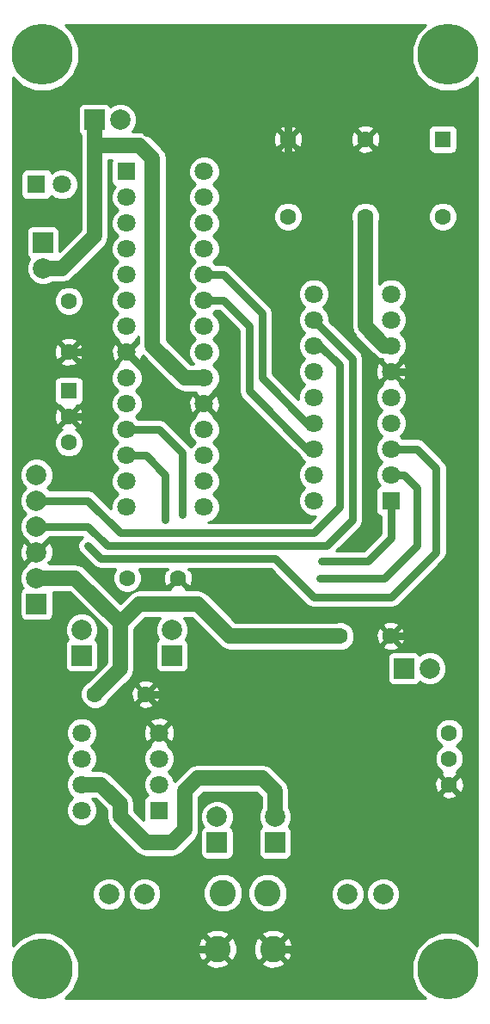
<source format=gbl>
G04 #@! TF.FileFunction,Copper,L2,Bot,Signal*
%FSLAX46Y46*%
G04 Gerber Fmt 4.6, Leading zero omitted, Abs format (unit mm)*
G04 Created by KiCad (PCBNEW 4.0.2-stable) date 2016/04/14 22:54:03*
%MOMM*%
G01*
G04 APERTURE LIST*
%ADD10C,0.100000*%
%ADD11R,1.800000X1.800000*%
%ADD12C,1.800000*%
%ADD13R,1.600000X1.600000*%
%ADD14C,1.600000*%
%ADD15C,2.000000*%
%ADD16C,2.600000*%
%ADD17R,2.000000X2.000000*%
%ADD18C,6.000000*%
%ADD19C,0.600000*%
%ADD20C,0.800000*%
%ADD21C,1.500000*%
%ADD22C,0.254000*%
G04 APERTURE END LIST*
D10*
D11*
X13335000Y-16510000D03*
D12*
X13335000Y-19050000D03*
X13335000Y-21590000D03*
X13335000Y-24130000D03*
X13335000Y-26670000D03*
X13335000Y-29210000D03*
X13335000Y-31750000D03*
X13335000Y-34290000D03*
X13335000Y-36830000D03*
X13335000Y-39370000D03*
X13335000Y-41910000D03*
X13335000Y-44450000D03*
X13335000Y-46990000D03*
X13335000Y-49530000D03*
X20955000Y-49530000D03*
X20955000Y-46990000D03*
X20955000Y-44450000D03*
X20955000Y-41910000D03*
X20955000Y-39370000D03*
X20955000Y-36830000D03*
X20955000Y-34290000D03*
X20955000Y-31750000D03*
X20955000Y-29210000D03*
X20955000Y-26670000D03*
X20955000Y-24130000D03*
X20955000Y-21590000D03*
X20955000Y-19050000D03*
X20955000Y-16510000D03*
D11*
X4445000Y-17780000D03*
D12*
X6985000Y-17780000D03*
D13*
X7620000Y-38100000D03*
D14*
X7620000Y-40640000D03*
X7620000Y-43180000D03*
X13375000Y-56515000D03*
X18375000Y-56515000D03*
X7620000Y-29250000D03*
X7620000Y-34250000D03*
X10200000Y-67945000D03*
X15200000Y-67945000D03*
X34330000Y-62230000D03*
X39330000Y-62230000D03*
D15*
X15085000Y-87630000D03*
X11585000Y-87630000D03*
X38580000Y-87630000D03*
X35080000Y-87630000D03*
D16*
X27750000Y-93000000D03*
X22250000Y-93000000D03*
X27200000Y-87500000D03*
X22800000Y-87500000D03*
D17*
X4445000Y-59055000D03*
D15*
X4445000Y-56515000D03*
X4445000Y-53975000D03*
X4445000Y-51435000D03*
X4445000Y-48895000D03*
X4445000Y-46355000D03*
D17*
X5080000Y-23495000D03*
D15*
X5080000Y-26035000D03*
D17*
X10160000Y-11430000D03*
D15*
X12700000Y-11430000D03*
D17*
X40640000Y-65405000D03*
D15*
X43180000Y-65405000D03*
D17*
X17780000Y-64135000D03*
D15*
X17780000Y-61595000D03*
D17*
X8890000Y-64135000D03*
D15*
X8890000Y-61595000D03*
D17*
X22225000Y-82550000D03*
D15*
X22225000Y-80010000D03*
D17*
X27940000Y-82550000D03*
D15*
X27940000Y-80010000D03*
D14*
X45085000Y-76835000D03*
X45085000Y-74295000D03*
X45085000Y-71755000D03*
D11*
X16510000Y-79375000D03*
D12*
X16510000Y-76835000D03*
X16510000Y-74295000D03*
X16510000Y-71755000D03*
X8890000Y-71755000D03*
X8890000Y-74295000D03*
X8890000Y-76835000D03*
X8890000Y-79375000D03*
D11*
X39370000Y-48895000D03*
D12*
X39370000Y-46355000D03*
X39370000Y-43815000D03*
X39370000Y-41275000D03*
X39370000Y-38735000D03*
X39370000Y-36195000D03*
X39370000Y-33655000D03*
X39370000Y-31115000D03*
X39370000Y-28575000D03*
X31750000Y-28575000D03*
X31750000Y-31115000D03*
X31750000Y-33655000D03*
X31750000Y-36195000D03*
X31750000Y-38735000D03*
X31750000Y-41275000D03*
X31750000Y-43815000D03*
X31750000Y-46355000D03*
X31750000Y-48895000D03*
D13*
X44450000Y-13335000D03*
D14*
X44450000Y-20955000D03*
X36830000Y-20955000D03*
X36830000Y-13335000D03*
X29210000Y-20955000D03*
X29210000Y-13335000D03*
D18*
X5000000Y-5000000D03*
X45000000Y-5000000D03*
X5000000Y-95000000D03*
X45000000Y-95000000D03*
D19*
X15240000Y-12700000D03*
X15240000Y-10795000D03*
X17780000Y-10795000D03*
X16510000Y-40005000D03*
X16510000Y-37465000D03*
X10160000Y-83820000D03*
X5080000Y-88900000D03*
X5080000Y-86360000D03*
X5080000Y-83820000D03*
X5080000Y-81280000D03*
X7620000Y-81280000D03*
X7620000Y-83820000D03*
X7620000Y-86360000D03*
X7620000Y-88900000D03*
X7620000Y-91440000D03*
X17780000Y-96520000D03*
X15240000Y-96520000D03*
X12700000Y-96520000D03*
X10160000Y-96520000D03*
X10160000Y-93980000D03*
X12700000Y-93980000D03*
X15240000Y-93980000D03*
X17780000Y-93980000D03*
X40640000Y-91440000D03*
X38100000Y-91440000D03*
X35560000Y-91440000D03*
X33020000Y-91440000D03*
X33020000Y-93980000D03*
X35560000Y-93980000D03*
X38100000Y-93980000D03*
X38100000Y-96520000D03*
X35560000Y-96520000D03*
X33020000Y-96520000D03*
X43180000Y-88900000D03*
X45720000Y-88900000D03*
X45720000Y-86360000D03*
X43180000Y-86360000D03*
X40640000Y-83820000D03*
X43180000Y-83820000D03*
X45720000Y-83820000D03*
X45720000Y-81280000D03*
X43180000Y-81280000D03*
X40640000Y-81280000D03*
X38100000Y-81280000D03*
X38100000Y-78740000D03*
X40640000Y-78740000D03*
X43180000Y-78740000D03*
X43180000Y-76200000D03*
X40640000Y-76200000D03*
X38100000Y-76200000D03*
X35560000Y-76200000D03*
X33020000Y-76200000D03*
X33020000Y-78740000D03*
X35560000Y-78740000D03*
X30480000Y-78740000D03*
X10160000Y-45720000D03*
X25400000Y-45720000D03*
X25400000Y-48260000D03*
X25400000Y-50800000D03*
X22860000Y-50800000D03*
X22860000Y-48260000D03*
X22860000Y-45720000D03*
X22860000Y-43180000D03*
X43180000Y-58420000D03*
X43180000Y-60960000D03*
X22860000Y-58420000D03*
X27940000Y-58420000D03*
X25400000Y-58420000D03*
X38100000Y-66040000D03*
X35560000Y-66040000D03*
X33020000Y-66040000D03*
X30480000Y-66040000D03*
X27940000Y-66040000D03*
X25400000Y-66040000D03*
X25400000Y-68580000D03*
X27940000Y-68580000D03*
X30480000Y-68580000D03*
X33020000Y-68580000D03*
X35560000Y-68580000D03*
X38100000Y-68580000D03*
X38100000Y-71120000D03*
X35560000Y-71120000D03*
X33020000Y-71120000D03*
X30480000Y-71120000D03*
X27940000Y-71120000D03*
X25400000Y-71120000D03*
X10160000Y-33020000D03*
X45720000Y-38100000D03*
X45720000Y-35560000D03*
X45720000Y-30480000D03*
X45720000Y-33020000D03*
X43180000Y-33020000D03*
X43180000Y-35560000D03*
X27940000Y-25400000D03*
X30480000Y-25400000D03*
X33020000Y-25400000D03*
X33020000Y-22860000D03*
X22860000Y-40640000D03*
X25400000Y-40640000D03*
X22860000Y-38100000D03*
X17780000Y-5080000D03*
X15240000Y-5080000D03*
X12700000Y-5080000D03*
X10160000Y-5080000D03*
X5080000Y-10160000D03*
X5080000Y-12700000D03*
X5080000Y-15240000D03*
X7620000Y-15240000D03*
X7620000Y-12700000D03*
X7620000Y-10160000D03*
X33020000Y-15240000D03*
X40640000Y-15240000D03*
X40640000Y-17780000D03*
X38100000Y-17780000D03*
X35560000Y-17780000D03*
X33020000Y-17780000D03*
X30480000Y-17780000D03*
X40640000Y-5080000D03*
X38100000Y-5080000D03*
X35560000Y-5080000D03*
X33020000Y-5080000D03*
X30480000Y-7620000D03*
X33020000Y-7620000D03*
X35560000Y-7620000D03*
X38100000Y-7620000D03*
X40640000Y-7620000D03*
X40640000Y-10160000D03*
X38100000Y-10160000D03*
X35560000Y-10160000D03*
X33020000Y-10160000D03*
X30480000Y-10160000D03*
X32512000Y-54864000D03*
X18796000Y-50292000D03*
X32385000Y-56515000D03*
X17145000Y-50800000D03*
X9525000Y-53340000D03*
D20*
X30480000Y-10160000D02*
X18415000Y-10160000D01*
X15240000Y-10795000D02*
X15240000Y-12700000D01*
X18415000Y-10160000D02*
X17780000Y-10795000D01*
X13335000Y-34290000D02*
X16510000Y-37465000D01*
X10160000Y-93980000D02*
X7620000Y-91440000D01*
X5080000Y-86360000D02*
X5080000Y-88900000D01*
X5080000Y-81280000D02*
X5080000Y-83820000D01*
X7620000Y-83820000D02*
X7620000Y-81280000D01*
X7620000Y-88900000D02*
X7620000Y-86360000D01*
X22250000Y-93000000D02*
X18760000Y-93000000D01*
X12700000Y-96520000D02*
X15240000Y-96520000D01*
X10160000Y-93980000D02*
X10160000Y-96520000D01*
X15240000Y-93980000D02*
X12700000Y-93980000D01*
X18760000Y-93000000D02*
X17780000Y-93980000D01*
X27750000Y-93000000D02*
X29500000Y-93000000D01*
X35560000Y-91440000D02*
X38100000Y-91440000D01*
X33020000Y-93980000D02*
X33020000Y-91440000D01*
X38100000Y-93980000D02*
X35560000Y-93980000D01*
X35560000Y-96520000D02*
X38100000Y-96520000D01*
X29500000Y-93000000D02*
X33020000Y-96520000D01*
X30480000Y-71120000D02*
X30480000Y-78740000D01*
X45720000Y-86360000D02*
X45720000Y-88900000D01*
X40640000Y-83820000D02*
X43180000Y-86360000D01*
X45720000Y-83820000D02*
X43180000Y-83820000D01*
X43180000Y-81280000D02*
X45720000Y-81280000D01*
X38100000Y-81280000D02*
X40640000Y-81280000D01*
X40640000Y-78740000D02*
X38100000Y-78740000D01*
X43180000Y-76200000D02*
X43180000Y-78740000D01*
X38100000Y-76200000D02*
X40640000Y-76200000D01*
X33020000Y-76200000D02*
X35560000Y-76200000D01*
X35560000Y-78740000D02*
X33020000Y-78740000D01*
X7620000Y-40640000D02*
X10160000Y-40640000D01*
X10160000Y-40640000D02*
X10160000Y-45720000D01*
X22860000Y-40640000D02*
X22860000Y-43180000D01*
X25400000Y-48260000D02*
X25400000Y-45720000D01*
X22860000Y-50800000D02*
X25400000Y-50800000D01*
X22860000Y-45720000D02*
X22860000Y-48260000D01*
X39330000Y-62230000D02*
X41910000Y-62230000D01*
X41910000Y-62230000D02*
X43180000Y-60960000D01*
X25400000Y-58420000D02*
X27940000Y-58420000D01*
X15200000Y-67945000D02*
X22225000Y-67945000D01*
X33020000Y-66040000D02*
X35560000Y-66040000D01*
X27940000Y-66040000D02*
X30480000Y-66040000D01*
X25400000Y-68580000D02*
X25400000Y-66040000D01*
X30480000Y-68580000D02*
X27940000Y-68580000D01*
X35560000Y-68580000D02*
X33020000Y-68580000D01*
X38100000Y-71120000D02*
X38100000Y-68580000D01*
X33020000Y-71120000D02*
X35560000Y-71120000D01*
X27940000Y-71120000D02*
X30480000Y-71120000D01*
X22225000Y-67945000D02*
X25400000Y-71120000D01*
X38100000Y-66040000D02*
X38100000Y-63500000D01*
X38100000Y-63500000D02*
X38100000Y-66040000D01*
X7620000Y-34250000D02*
X8930000Y-34250000D01*
X8930000Y-34250000D02*
X10160000Y-33020000D01*
X39370000Y-36195000D02*
X42545000Y-36195000D01*
X45720000Y-30480000D02*
X45720000Y-35560000D01*
X43180000Y-33020000D02*
X45720000Y-33020000D01*
X42545000Y-36195000D02*
X43180000Y-35560000D01*
X29210000Y-13335000D02*
X29210000Y-16510000D01*
X29210000Y-16510000D02*
X33020000Y-20320000D01*
X33020000Y-25400000D02*
X30480000Y-25400000D01*
X33020000Y-20320000D02*
X33020000Y-22860000D01*
X22860000Y-40640000D02*
X25400000Y-40640000D01*
X17780000Y-5080000D02*
X15240000Y-5080000D01*
X12700000Y-5080000D02*
X10160000Y-5080000D01*
X5080000Y-12700000D02*
X5080000Y-10160000D01*
X7620000Y-15240000D02*
X5080000Y-15240000D01*
X7620000Y-10160000D02*
X7620000Y-12700000D01*
X40640000Y-15240000D02*
X33020000Y-15240000D01*
X38100000Y-17780000D02*
X40640000Y-17780000D01*
X33020000Y-17780000D02*
X35560000Y-17780000D01*
X29210000Y-16510000D02*
X30480000Y-17780000D01*
X29210000Y-13335000D02*
X29210000Y-11430000D01*
X35560000Y-5080000D02*
X38100000Y-5080000D01*
X30480000Y-5080000D02*
X33020000Y-5080000D01*
X30480000Y-7620000D02*
X30480000Y-5080000D01*
X35560000Y-7620000D02*
X33020000Y-7620000D01*
X40640000Y-7620000D02*
X38100000Y-7620000D01*
X38100000Y-10160000D02*
X40640000Y-10160000D01*
X33020000Y-10160000D02*
X35560000Y-10160000D01*
X29210000Y-11430000D02*
X30480000Y-10160000D01*
D21*
X20955000Y-36830000D02*
X19050000Y-36830000D01*
X14605000Y-13970000D02*
X10160000Y-13970000D01*
X15875000Y-15240000D02*
X14605000Y-13970000D01*
X15875000Y-33655000D02*
X15875000Y-15240000D01*
X19050000Y-36830000D02*
X15875000Y-33655000D01*
X12700000Y-60960000D02*
X14605000Y-59055000D01*
X14605000Y-59055000D02*
X20320000Y-59055000D01*
X20320000Y-59055000D02*
X23495000Y-62230000D01*
X23495000Y-62230000D02*
X34330000Y-62230000D01*
X5080000Y-26035000D02*
X6985000Y-26035000D01*
X10160000Y-22860000D02*
X10160000Y-13970000D01*
X10160000Y-13970000D02*
X10160000Y-11430000D01*
X6985000Y-26035000D02*
X10160000Y-22860000D01*
X4445000Y-56515000D02*
X8255000Y-56515000D01*
X12700000Y-65445000D02*
X10200000Y-67945000D01*
X12700000Y-60960000D02*
X12700000Y-65445000D01*
X8255000Y-56515000D02*
X12700000Y-60960000D01*
D20*
X4445000Y-51435000D02*
X9525000Y-51435000D01*
X35560000Y-34925000D02*
X31750000Y-31115000D01*
X35560000Y-50800000D02*
X35560000Y-34925000D01*
X33020000Y-53340000D02*
X35560000Y-50800000D01*
X11430000Y-53340000D02*
X33020000Y-53340000D01*
X9525000Y-51435000D02*
X11430000Y-53340000D01*
X31750000Y-33655000D02*
X32385000Y-33655000D01*
X32385000Y-33655000D02*
X34290000Y-35560000D01*
X9525000Y-48895000D02*
X4445000Y-48895000D01*
X12700000Y-52070000D02*
X9525000Y-48895000D01*
X31750000Y-52070000D02*
X12700000Y-52070000D01*
X34290000Y-49530000D02*
X31750000Y-52070000D01*
X34290000Y-35560000D02*
X34290000Y-49530000D01*
D21*
X8890000Y-76835000D02*
X10795000Y-76835000D01*
X27940000Y-77470000D02*
X27940000Y-80010000D01*
X26670000Y-76200000D02*
X27940000Y-77470000D01*
X20320000Y-76200000D02*
X26670000Y-76200000D01*
X19050000Y-77470000D02*
X20320000Y-76200000D01*
X19050000Y-81280000D02*
X19050000Y-77470000D01*
X17780000Y-82550000D02*
X19050000Y-81280000D01*
X15240000Y-82550000D02*
X17780000Y-82550000D01*
X12700000Y-80010000D02*
X15240000Y-82550000D01*
X12700000Y-78740000D02*
X12700000Y-80010000D01*
X10795000Y-76835000D02*
X12700000Y-78740000D01*
D20*
X13335000Y-41910000D02*
X16510000Y-41910000D01*
X39370000Y-52578000D02*
X39370000Y-48895000D01*
X37084000Y-54864000D02*
X39370000Y-52578000D01*
X32512000Y-54864000D02*
X37084000Y-54864000D01*
X18796000Y-50153998D02*
X18796000Y-50292000D01*
X18796000Y-44196000D02*
X18796000Y-50153998D01*
X16510000Y-41910000D02*
X18796000Y-44196000D01*
X13335000Y-44450000D02*
X15240000Y-44450000D01*
X40640000Y-46355000D02*
X39370000Y-46355000D01*
X41910000Y-47625000D02*
X40640000Y-46355000D01*
X41910000Y-53340000D02*
X41910000Y-47625000D01*
X38735000Y-56515000D02*
X41910000Y-53340000D01*
X32385000Y-56515000D02*
X38735000Y-56515000D01*
X17145000Y-46355000D02*
X17145000Y-50800000D01*
X15240000Y-44450000D02*
X17145000Y-46355000D01*
X41910000Y-43815000D02*
X39370000Y-43815000D01*
X43815000Y-45720000D02*
X41910000Y-43815000D01*
X43815000Y-53975000D02*
X43815000Y-45720000D01*
X39370000Y-58420000D02*
X43815000Y-53975000D01*
X31750000Y-58420000D02*
X39370000Y-58420000D01*
X27940000Y-54610000D02*
X31750000Y-58420000D01*
X10795000Y-54610000D02*
X27940000Y-54610000D01*
X9525000Y-53340000D02*
X10795000Y-54610000D01*
X20955000Y-29210000D02*
X22860000Y-29210000D01*
X25400000Y-38100000D02*
X31115000Y-43815000D01*
X25400000Y-31750000D02*
X25400000Y-38100000D01*
X22860000Y-29210000D02*
X25400000Y-31750000D01*
X31115000Y-43815000D02*
X31750000Y-43815000D01*
X20955000Y-26670000D02*
X22860000Y-26670000D01*
X26670000Y-36830000D02*
X31115000Y-41275000D01*
X26670000Y-30480000D02*
X26670000Y-36830000D01*
X22860000Y-26670000D02*
X26670000Y-30480000D01*
X31115000Y-41275000D02*
X31750000Y-41275000D01*
D21*
X39370000Y-33655000D02*
X38735000Y-33655000D01*
X38735000Y-33655000D02*
X36830000Y-31750000D01*
X36830000Y-31750000D02*
X36830000Y-20955000D01*
D22*
G36*
X41920194Y-2938249D02*
X41365632Y-4273782D01*
X41364370Y-5719874D01*
X41916600Y-7056372D01*
X42938249Y-8079806D01*
X44273782Y-8634368D01*
X45719874Y-8635630D01*
X47056372Y-8083400D01*
X47873000Y-7268196D01*
X47873000Y-92732860D01*
X47061751Y-91920194D01*
X45726218Y-91365632D01*
X44280126Y-91364370D01*
X42943628Y-91916600D01*
X41920194Y-92938249D01*
X41365632Y-94273782D01*
X41364370Y-95719874D01*
X41916600Y-97056372D01*
X42731804Y-97873000D01*
X7267140Y-97873000D01*
X8079806Y-97061751D01*
X8634368Y-95726218D01*
X8635552Y-94369459D01*
X21060146Y-94369459D01*
X21195504Y-94667455D01*
X21913880Y-94944066D01*
X22683427Y-94924710D01*
X23304496Y-94667455D01*
X23439854Y-94369459D01*
X26560146Y-94369459D01*
X26695504Y-94667455D01*
X27413880Y-94944066D01*
X28183427Y-94924710D01*
X28804496Y-94667455D01*
X28939854Y-94369459D01*
X27750000Y-93179605D01*
X26560146Y-94369459D01*
X23439854Y-94369459D01*
X22250000Y-93179605D01*
X21060146Y-94369459D01*
X8635552Y-94369459D01*
X8635630Y-94280126D01*
X8083400Y-92943628D01*
X7804140Y-92663880D01*
X20305934Y-92663880D01*
X20325290Y-93433427D01*
X20582545Y-94054496D01*
X20880541Y-94189854D01*
X22070395Y-93000000D01*
X22429605Y-93000000D01*
X23619459Y-94189854D01*
X23917455Y-94054496D01*
X24194066Y-93336120D01*
X24177158Y-92663880D01*
X25805934Y-92663880D01*
X25825290Y-93433427D01*
X26082545Y-94054496D01*
X26380541Y-94189854D01*
X27570395Y-93000000D01*
X27929605Y-93000000D01*
X29119459Y-94189854D01*
X29417455Y-94054496D01*
X29694066Y-93336120D01*
X29674710Y-92566573D01*
X29417455Y-91945504D01*
X29119459Y-91810146D01*
X27929605Y-93000000D01*
X27570395Y-93000000D01*
X26380541Y-91810146D01*
X26082545Y-91945504D01*
X25805934Y-92663880D01*
X24177158Y-92663880D01*
X24174710Y-92566573D01*
X23917455Y-91945504D01*
X23619459Y-91810146D01*
X22429605Y-93000000D01*
X22070395Y-93000000D01*
X20880541Y-91810146D01*
X20582545Y-91945504D01*
X20305934Y-92663880D01*
X7804140Y-92663880D01*
X7061751Y-91920194D01*
X6364190Y-91630541D01*
X21060146Y-91630541D01*
X22250000Y-92820395D01*
X23439854Y-91630541D01*
X26560146Y-91630541D01*
X27750000Y-92820395D01*
X28939854Y-91630541D01*
X28804496Y-91332545D01*
X28086120Y-91055934D01*
X27316573Y-91075290D01*
X26695504Y-91332545D01*
X26560146Y-91630541D01*
X23439854Y-91630541D01*
X23304496Y-91332545D01*
X22586120Y-91055934D01*
X21816573Y-91075290D01*
X21195504Y-91332545D01*
X21060146Y-91630541D01*
X6364190Y-91630541D01*
X5726218Y-91365632D01*
X4280126Y-91364370D01*
X2943628Y-91916600D01*
X2127000Y-92731804D01*
X2127000Y-87953795D01*
X9949716Y-87953795D01*
X10198106Y-88554943D01*
X10657637Y-89015278D01*
X11258352Y-89264716D01*
X11908795Y-89265284D01*
X12509943Y-89016894D01*
X12970278Y-88557363D01*
X13219716Y-87956648D01*
X13219718Y-87953795D01*
X13449716Y-87953795D01*
X13698106Y-88554943D01*
X14157637Y-89015278D01*
X14758352Y-89264716D01*
X15408795Y-89265284D01*
X16009943Y-89016894D01*
X16470278Y-88557363D01*
X16719716Y-87956648D01*
X16719780Y-87883207D01*
X20864665Y-87883207D01*
X21158630Y-88594658D01*
X21702479Y-89139457D01*
X22413416Y-89434663D01*
X23183207Y-89435335D01*
X23894658Y-89141370D01*
X24439457Y-88597521D01*
X24734663Y-87886584D01*
X24734665Y-87883207D01*
X25264665Y-87883207D01*
X25558630Y-88594658D01*
X26102479Y-89139457D01*
X26813416Y-89434663D01*
X27583207Y-89435335D01*
X28294658Y-89141370D01*
X28839457Y-88597521D01*
X29106754Y-87953795D01*
X33444716Y-87953795D01*
X33693106Y-88554943D01*
X34152637Y-89015278D01*
X34753352Y-89264716D01*
X35403795Y-89265284D01*
X36004943Y-89016894D01*
X36465278Y-88557363D01*
X36714716Y-87956648D01*
X36714718Y-87953795D01*
X36944716Y-87953795D01*
X37193106Y-88554943D01*
X37652637Y-89015278D01*
X38253352Y-89264716D01*
X38903795Y-89265284D01*
X39504943Y-89016894D01*
X39965278Y-88557363D01*
X40214716Y-87956648D01*
X40215284Y-87306205D01*
X39966894Y-86705057D01*
X39507363Y-86244722D01*
X38906648Y-85995284D01*
X38256205Y-85994716D01*
X37655057Y-86243106D01*
X37194722Y-86702637D01*
X36945284Y-87303352D01*
X36944716Y-87953795D01*
X36714718Y-87953795D01*
X36715284Y-87306205D01*
X36466894Y-86705057D01*
X36007363Y-86244722D01*
X35406648Y-85995284D01*
X34756205Y-85994716D01*
X34155057Y-86243106D01*
X33694722Y-86702637D01*
X33445284Y-87303352D01*
X33444716Y-87953795D01*
X29106754Y-87953795D01*
X29134663Y-87886584D01*
X29135335Y-87116793D01*
X28841370Y-86405342D01*
X28297521Y-85860543D01*
X27586584Y-85565337D01*
X26816793Y-85564665D01*
X26105342Y-85858630D01*
X25560543Y-86402479D01*
X25265337Y-87113416D01*
X25264665Y-87883207D01*
X24734665Y-87883207D01*
X24735335Y-87116793D01*
X24441370Y-86405342D01*
X23897521Y-85860543D01*
X23186584Y-85565337D01*
X22416793Y-85564665D01*
X21705342Y-85858630D01*
X21160543Y-86402479D01*
X20865337Y-87113416D01*
X20864665Y-87883207D01*
X16719780Y-87883207D01*
X16720284Y-87306205D01*
X16471894Y-86705057D01*
X16012363Y-86244722D01*
X15411648Y-85995284D01*
X14761205Y-85994716D01*
X14160057Y-86243106D01*
X13699722Y-86702637D01*
X13450284Y-87303352D01*
X13449716Y-87953795D01*
X13219718Y-87953795D01*
X13220284Y-87306205D01*
X12971894Y-86705057D01*
X12512363Y-86244722D01*
X11911648Y-85995284D01*
X11261205Y-85994716D01*
X10660057Y-86243106D01*
X10199722Y-86702637D01*
X9950284Y-87303352D01*
X9949716Y-87953795D01*
X2127000Y-87953795D01*
X2127000Y-72058991D01*
X7354735Y-72058991D01*
X7587932Y-72623371D01*
X7989182Y-73025323D01*
X7589449Y-73424357D01*
X7355267Y-73988330D01*
X7354735Y-74598991D01*
X7587932Y-75163371D01*
X7989182Y-75565323D01*
X7589449Y-75964357D01*
X7355267Y-76528330D01*
X7354735Y-77138991D01*
X7587932Y-77703371D01*
X7989182Y-78105323D01*
X7589449Y-78504357D01*
X7355267Y-79068330D01*
X7354735Y-79678991D01*
X7587932Y-80243371D01*
X8019357Y-80675551D01*
X8583330Y-80909733D01*
X9193991Y-80910265D01*
X9758371Y-80677068D01*
X10190551Y-80245643D01*
X10424733Y-79681670D01*
X10425265Y-79071009D01*
X10192068Y-78506629D01*
X9905940Y-78220000D01*
X10221314Y-78220000D01*
X11315000Y-79313686D01*
X11315000Y-80010000D01*
X11420427Y-80540017D01*
X11667463Y-80909733D01*
X11720657Y-80989343D01*
X14260657Y-83529343D01*
X14709983Y-83829573D01*
X15240000Y-83935000D01*
X17780000Y-83935000D01*
X18310017Y-83829573D01*
X18759343Y-83529343D01*
X20029343Y-82259343D01*
X20329573Y-81810017D01*
X20381293Y-81550000D01*
X20577560Y-81550000D01*
X20577560Y-83550000D01*
X20621838Y-83785317D01*
X20760910Y-84001441D01*
X20973110Y-84146431D01*
X21225000Y-84197440D01*
X23225000Y-84197440D01*
X23460317Y-84153162D01*
X23676441Y-84014090D01*
X23821431Y-83801890D01*
X23872440Y-83550000D01*
X23872440Y-81550000D01*
X23828162Y-81314683D01*
X23689090Y-81098559D01*
X23546439Y-81001090D01*
X23610278Y-80937363D01*
X23859716Y-80336648D01*
X23860284Y-79686205D01*
X23611894Y-79085057D01*
X23152363Y-78624722D01*
X22551648Y-78375284D01*
X21901205Y-78374716D01*
X21300057Y-78623106D01*
X20839722Y-79082637D01*
X20590284Y-79683352D01*
X20589716Y-80333795D01*
X20838106Y-80934943D01*
X20904621Y-81001574D01*
X20773559Y-81085910D01*
X20628569Y-81298110D01*
X20577560Y-81550000D01*
X20381293Y-81550000D01*
X20435000Y-81280000D01*
X20435000Y-78043686D01*
X20893686Y-77585000D01*
X26096314Y-77585000D01*
X26555000Y-78043686D01*
X26555000Y-79082359D01*
X26554722Y-79082637D01*
X26305284Y-79683352D01*
X26304716Y-80333795D01*
X26553106Y-80934943D01*
X26619621Y-81001574D01*
X26488559Y-81085910D01*
X26343569Y-81298110D01*
X26292560Y-81550000D01*
X26292560Y-83550000D01*
X26336838Y-83785317D01*
X26475910Y-84001441D01*
X26688110Y-84146431D01*
X26940000Y-84197440D01*
X28940000Y-84197440D01*
X29175317Y-84153162D01*
X29391441Y-84014090D01*
X29536431Y-83801890D01*
X29587440Y-83550000D01*
X29587440Y-81550000D01*
X29543162Y-81314683D01*
X29404090Y-81098559D01*
X29261439Y-81001090D01*
X29325278Y-80937363D01*
X29574716Y-80336648D01*
X29575284Y-79686205D01*
X29326894Y-79085057D01*
X29325000Y-79083160D01*
X29325000Y-77842745D01*
X44256861Y-77842745D01*
X44330995Y-78088864D01*
X44868223Y-78281965D01*
X45438454Y-78254778D01*
X45839005Y-78088864D01*
X45913139Y-77842745D01*
X45085000Y-77014605D01*
X44256861Y-77842745D01*
X29325000Y-77842745D01*
X29325000Y-77470000D01*
X29219573Y-76939983D01*
X29004580Y-76618223D01*
X43638035Y-76618223D01*
X43665222Y-77188454D01*
X43831136Y-77589005D01*
X44077255Y-77663139D01*
X44905395Y-76835000D01*
X45264605Y-76835000D01*
X46092745Y-77663139D01*
X46338864Y-77589005D01*
X46531965Y-77051777D01*
X46504778Y-76481546D01*
X46338864Y-76080995D01*
X46092745Y-76006861D01*
X45264605Y-76835000D01*
X44905395Y-76835000D01*
X44077255Y-76006861D01*
X43831136Y-76080995D01*
X43638035Y-76618223D01*
X29004580Y-76618223D01*
X28919343Y-76490657D01*
X27649343Y-75220657D01*
X27478944Y-75106800D01*
X27200017Y-74920427D01*
X26670000Y-74815000D01*
X20320000Y-74815000D01*
X19789983Y-74920427D01*
X19511056Y-75106800D01*
X19340657Y-75220657D01*
X18070657Y-76490657D01*
X18044665Y-76529557D01*
X17812068Y-75966629D01*
X17410818Y-75564677D01*
X17810551Y-75165643D01*
X18044733Y-74601670D01*
X18045265Y-73991009D01*
X17812068Y-73426629D01*
X17380643Y-72994449D01*
X17359806Y-72985797D01*
X17410554Y-72835159D01*
X16510000Y-71934605D01*
X15609446Y-72835159D01*
X15660035Y-72985327D01*
X15641629Y-72992932D01*
X15209449Y-73424357D01*
X14975267Y-73988330D01*
X14974735Y-74598991D01*
X15207932Y-75163371D01*
X15609182Y-75565323D01*
X15209449Y-75964357D01*
X14975267Y-76528330D01*
X14974735Y-77138991D01*
X15207932Y-77703371D01*
X15375880Y-77871613D01*
X15374683Y-77871838D01*
X15158559Y-78010910D01*
X15013569Y-78223110D01*
X14962560Y-78475000D01*
X14962560Y-80275000D01*
X14971570Y-80322884D01*
X14085000Y-79436314D01*
X14085000Y-78740000D01*
X13979573Y-78209983D01*
X13679343Y-77760657D01*
X11774343Y-75855657D01*
X11586655Y-75730248D01*
X11325017Y-75555427D01*
X10795000Y-75450000D01*
X9905696Y-75450000D01*
X10190551Y-75165643D01*
X10424733Y-74601670D01*
X10425265Y-73991009D01*
X10192068Y-73426629D01*
X9790818Y-73024677D01*
X10190551Y-72625643D01*
X10424733Y-72061670D01*
X10425209Y-71514336D01*
X14963542Y-71514336D01*
X14989161Y-72124460D01*
X15173357Y-72569148D01*
X15429841Y-72655554D01*
X16330395Y-71755000D01*
X16689605Y-71755000D01*
X17590159Y-72655554D01*
X17846643Y-72569148D01*
X18040534Y-72039187D01*
X43649752Y-72039187D01*
X43867757Y-72566800D01*
X44271077Y-72970824D01*
X44401215Y-73024862D01*
X44273200Y-73077757D01*
X43869176Y-73481077D01*
X43650250Y-74008309D01*
X43649752Y-74579187D01*
X43867757Y-75106800D01*
X44271077Y-75510824D01*
X44385768Y-75558448D01*
X44330995Y-75581136D01*
X44256861Y-75827255D01*
X45085000Y-76655395D01*
X45913139Y-75827255D01*
X45839005Y-75581136D01*
X45780746Y-75560195D01*
X45896800Y-75512243D01*
X46300824Y-75108923D01*
X46519750Y-74581691D01*
X46520248Y-74010813D01*
X46302243Y-73483200D01*
X45898923Y-73079176D01*
X45768785Y-73025138D01*
X45896800Y-72972243D01*
X46300824Y-72568923D01*
X46519750Y-72041691D01*
X46520248Y-71470813D01*
X46302243Y-70943200D01*
X45898923Y-70539176D01*
X45371691Y-70320250D01*
X44800813Y-70319752D01*
X44273200Y-70537757D01*
X43869176Y-70941077D01*
X43650250Y-71468309D01*
X43649752Y-72039187D01*
X18040534Y-72039187D01*
X18056458Y-71995664D01*
X18030839Y-71385540D01*
X17846643Y-70940852D01*
X17590159Y-70854446D01*
X16689605Y-71755000D01*
X16330395Y-71755000D01*
X15429841Y-70854446D01*
X15173357Y-70940852D01*
X14963542Y-71514336D01*
X10425209Y-71514336D01*
X10425265Y-71451009D01*
X10192068Y-70886629D01*
X9980650Y-70674841D01*
X15609446Y-70674841D01*
X16510000Y-71575395D01*
X17410554Y-70674841D01*
X17324148Y-70418357D01*
X16750664Y-70208542D01*
X16140540Y-70234161D01*
X15695852Y-70418357D01*
X15609446Y-70674841D01*
X9980650Y-70674841D01*
X9760643Y-70454449D01*
X9196670Y-70220267D01*
X8586009Y-70219735D01*
X8021629Y-70452932D01*
X7589449Y-70884357D01*
X7355267Y-71448330D01*
X7354735Y-72058991D01*
X2127000Y-72058991D01*
X2127000Y-63135000D01*
X7242560Y-63135000D01*
X7242560Y-65135000D01*
X7286838Y-65370317D01*
X7425910Y-65586441D01*
X7638110Y-65731431D01*
X7890000Y-65782440D01*
X9890000Y-65782440D01*
X10125317Y-65738162D01*
X10341441Y-65599090D01*
X10486431Y-65386890D01*
X10537440Y-65135000D01*
X10537440Y-63135000D01*
X10493162Y-62899683D01*
X10354090Y-62683559D01*
X10211439Y-62586090D01*
X10275278Y-62522363D01*
X10524716Y-61921648D01*
X10525284Y-61271205D01*
X10276894Y-60670057D01*
X9817363Y-60209722D01*
X9216648Y-59960284D01*
X8566205Y-59959716D01*
X7965057Y-60208106D01*
X7504722Y-60667637D01*
X7255284Y-61268352D01*
X7254716Y-61918795D01*
X7503106Y-62519943D01*
X7569621Y-62586574D01*
X7438559Y-62670910D01*
X7293569Y-62883110D01*
X7242560Y-63135000D01*
X2127000Y-63135000D01*
X2127000Y-58055000D01*
X2797560Y-58055000D01*
X2797560Y-60055000D01*
X2841838Y-60290317D01*
X2980910Y-60506441D01*
X3193110Y-60651431D01*
X3445000Y-60702440D01*
X5445000Y-60702440D01*
X5680317Y-60658162D01*
X5896441Y-60519090D01*
X6041431Y-60306890D01*
X6092440Y-60055000D01*
X6092440Y-58055000D01*
X6063275Y-57900000D01*
X7681314Y-57900000D01*
X11315000Y-61533686D01*
X11315000Y-64871314D01*
X9508098Y-66678216D01*
X9388200Y-66727757D01*
X8984176Y-67131077D01*
X8765250Y-67658309D01*
X8764752Y-68229187D01*
X8982757Y-68756800D01*
X9386077Y-69160824D01*
X9913309Y-69379750D01*
X10484187Y-69380248D01*
X11011800Y-69162243D01*
X11221663Y-68952745D01*
X14371861Y-68952745D01*
X14445995Y-69198864D01*
X14983223Y-69391965D01*
X15553454Y-69364778D01*
X15954005Y-69198864D01*
X16028139Y-68952745D01*
X15200000Y-68124605D01*
X14371861Y-68952745D01*
X11221663Y-68952745D01*
X11415824Y-68758923D01*
X11466284Y-68637402D01*
X12375463Y-67728223D01*
X13753035Y-67728223D01*
X13780222Y-68298454D01*
X13946136Y-68699005D01*
X14192255Y-68773139D01*
X15020395Y-67945000D01*
X15379605Y-67945000D01*
X16207745Y-68773139D01*
X16453864Y-68699005D01*
X16646965Y-68161777D01*
X16619778Y-67591546D01*
X16453864Y-67190995D01*
X16207745Y-67116861D01*
X15379605Y-67945000D01*
X15020395Y-67945000D01*
X14192255Y-67116861D01*
X13946136Y-67190995D01*
X13753035Y-67728223D01*
X12375463Y-67728223D01*
X13166431Y-66937255D01*
X14371861Y-66937255D01*
X15200000Y-67765395D01*
X16028139Y-66937255D01*
X15954005Y-66691136D01*
X15416777Y-66498035D01*
X14846546Y-66525222D01*
X14445995Y-66691136D01*
X14371861Y-66937255D01*
X13166431Y-66937255D01*
X13679343Y-66424343D01*
X13742419Y-66329943D01*
X13979573Y-65975017D01*
X14085000Y-65445000D01*
X14085000Y-61533686D01*
X15178686Y-60440000D01*
X16622757Y-60440000D01*
X16394722Y-60667637D01*
X16145284Y-61268352D01*
X16144716Y-61918795D01*
X16393106Y-62519943D01*
X16459621Y-62586574D01*
X16328559Y-62670910D01*
X16183569Y-62883110D01*
X16132560Y-63135000D01*
X16132560Y-65135000D01*
X16176838Y-65370317D01*
X16315910Y-65586441D01*
X16528110Y-65731431D01*
X16780000Y-65782440D01*
X18780000Y-65782440D01*
X19015317Y-65738162D01*
X19231441Y-65599090D01*
X19376431Y-65386890D01*
X19427440Y-65135000D01*
X19427440Y-64405000D01*
X38992560Y-64405000D01*
X38992560Y-66405000D01*
X39036838Y-66640317D01*
X39175910Y-66856441D01*
X39388110Y-67001431D01*
X39640000Y-67052440D01*
X41640000Y-67052440D01*
X41875317Y-67008162D01*
X42091441Y-66869090D01*
X42188910Y-66726439D01*
X42252637Y-66790278D01*
X42853352Y-67039716D01*
X43503795Y-67040284D01*
X44104943Y-66791894D01*
X44565278Y-66332363D01*
X44814716Y-65731648D01*
X44815284Y-65081205D01*
X44566894Y-64480057D01*
X44107363Y-64019722D01*
X43506648Y-63770284D01*
X42856205Y-63769716D01*
X42255057Y-64018106D01*
X42188426Y-64084621D01*
X42104090Y-63953559D01*
X41891890Y-63808569D01*
X41640000Y-63757560D01*
X39640000Y-63757560D01*
X39404683Y-63801838D01*
X39188559Y-63940910D01*
X39043569Y-64153110D01*
X38992560Y-64405000D01*
X19427440Y-64405000D01*
X19427440Y-63135000D01*
X19383162Y-62899683D01*
X19244090Y-62683559D01*
X19101439Y-62586090D01*
X19165278Y-62522363D01*
X19414716Y-61921648D01*
X19415284Y-61271205D01*
X19166894Y-60670057D01*
X18937239Y-60440000D01*
X19746314Y-60440000D01*
X22515657Y-63209343D01*
X22964983Y-63509573D01*
X23495000Y-63615000D01*
X33923498Y-63615000D01*
X34043309Y-63664750D01*
X34614187Y-63665248D01*
X35141800Y-63447243D01*
X35351663Y-63237745D01*
X38501861Y-63237745D01*
X38575995Y-63483864D01*
X39113223Y-63676965D01*
X39683454Y-63649778D01*
X40084005Y-63483864D01*
X40158139Y-63237745D01*
X39330000Y-62409605D01*
X38501861Y-63237745D01*
X35351663Y-63237745D01*
X35545824Y-63043923D01*
X35764750Y-62516691D01*
X35765189Y-62013223D01*
X37883035Y-62013223D01*
X37910222Y-62583454D01*
X38076136Y-62984005D01*
X38322255Y-63058139D01*
X39150395Y-62230000D01*
X39509605Y-62230000D01*
X40337745Y-63058139D01*
X40583864Y-62984005D01*
X40776965Y-62446777D01*
X40749778Y-61876546D01*
X40583864Y-61475995D01*
X40337745Y-61401861D01*
X39509605Y-62230000D01*
X39150395Y-62230000D01*
X38322255Y-61401861D01*
X38076136Y-61475995D01*
X37883035Y-62013223D01*
X35765189Y-62013223D01*
X35765248Y-61945813D01*
X35547243Y-61418200D01*
X35351640Y-61222255D01*
X38501861Y-61222255D01*
X39330000Y-62050395D01*
X40158139Y-61222255D01*
X40084005Y-60976136D01*
X39546777Y-60783035D01*
X38976546Y-60810222D01*
X38575995Y-60976136D01*
X38501861Y-61222255D01*
X35351640Y-61222255D01*
X35143923Y-61014176D01*
X34616691Y-60795250D01*
X34045813Y-60794752D01*
X33924203Y-60845000D01*
X24068686Y-60845000D01*
X21299343Y-58075657D01*
X21268428Y-58055000D01*
X20850017Y-57775427D01*
X20320000Y-57670000D01*
X19158784Y-57670000D01*
X19203139Y-57522745D01*
X18375000Y-56694605D01*
X17546861Y-57522745D01*
X17591216Y-57670000D01*
X14605000Y-57670000D01*
X14089066Y-57772626D01*
X14186800Y-57732243D01*
X14590824Y-57328923D01*
X14809750Y-56801691D01*
X14810248Y-56230813D01*
X14592243Y-55703200D01*
X14534144Y-55645000D01*
X17325392Y-55645000D01*
X17367253Y-55686861D01*
X17121136Y-55760995D01*
X16928035Y-56298223D01*
X16955222Y-56868454D01*
X17121136Y-57269005D01*
X17367255Y-57343139D01*
X18195395Y-56515000D01*
X18181252Y-56500858D01*
X18360858Y-56321252D01*
X18375000Y-56335395D01*
X18389142Y-56321252D01*
X18568748Y-56500858D01*
X18554605Y-56515000D01*
X19382745Y-57343139D01*
X19628864Y-57269005D01*
X19821965Y-56731777D01*
X19794778Y-56161546D01*
X19628864Y-55760995D01*
X19382747Y-55686861D01*
X19424608Y-55645000D01*
X27511288Y-55645000D01*
X31018142Y-59151853D01*
X31018144Y-59151856D01*
X31353923Y-59376215D01*
X31750000Y-59455001D01*
X31750005Y-59455000D01*
X39369995Y-59455000D01*
X39370000Y-59455001D01*
X39766077Y-59376215D01*
X40101856Y-59151856D01*
X44546853Y-54706858D01*
X44546856Y-54706856D01*
X44706505Y-54467923D01*
X44771215Y-54371078D01*
X44850000Y-53975000D01*
X44850000Y-45720005D01*
X44850001Y-45720000D01*
X44771215Y-45323923D01*
X44656484Y-45152215D01*
X44546856Y-44988144D01*
X44546853Y-44988142D01*
X42641856Y-43083144D01*
X42306077Y-42858785D01*
X41910000Y-42779999D01*
X41909995Y-42780000D01*
X40505730Y-42780000D01*
X40270818Y-42544677D01*
X40670551Y-42145643D01*
X40904733Y-41581670D01*
X40905265Y-40971009D01*
X40672068Y-40406629D01*
X40270818Y-40004677D01*
X40670551Y-39605643D01*
X40904733Y-39041670D01*
X40905265Y-38431009D01*
X40672068Y-37866629D01*
X40240643Y-37434449D01*
X40219806Y-37425797D01*
X40270554Y-37275159D01*
X39370000Y-36374605D01*
X38469446Y-37275159D01*
X38520035Y-37425327D01*
X38501629Y-37432932D01*
X38069449Y-37864357D01*
X37835267Y-38428330D01*
X37834735Y-39038991D01*
X38067932Y-39603371D01*
X38469182Y-40005323D01*
X38069449Y-40404357D01*
X37835267Y-40968330D01*
X37834735Y-41578991D01*
X38067932Y-42143371D01*
X38469182Y-42545323D01*
X38069449Y-42944357D01*
X37835267Y-43508330D01*
X37834735Y-44118991D01*
X38067932Y-44683371D01*
X38469182Y-45085323D01*
X38069449Y-45484357D01*
X37835267Y-46048330D01*
X37834735Y-46658991D01*
X38067932Y-47223371D01*
X38235880Y-47391613D01*
X38234683Y-47391838D01*
X38018559Y-47530910D01*
X37873569Y-47743110D01*
X37822560Y-47995000D01*
X37822560Y-49795000D01*
X37866838Y-50030317D01*
X38005910Y-50246441D01*
X38218110Y-50391431D01*
X38335000Y-50415102D01*
X38335000Y-52149289D01*
X36655288Y-53829000D01*
X33994712Y-53829000D01*
X36291853Y-51531858D01*
X36291856Y-51531856D01*
X36495445Y-51227162D01*
X36516215Y-51196078D01*
X36595000Y-50800000D01*
X36595000Y-35954336D01*
X37823542Y-35954336D01*
X37849161Y-36564460D01*
X38033357Y-37009148D01*
X38289841Y-37095554D01*
X39190395Y-36195000D01*
X39549605Y-36195000D01*
X40450159Y-37095554D01*
X40706643Y-37009148D01*
X40916458Y-36435664D01*
X40890839Y-35825540D01*
X40706643Y-35380852D01*
X40450159Y-35294446D01*
X39549605Y-36195000D01*
X39190395Y-36195000D01*
X38289841Y-35294446D01*
X38033357Y-35380852D01*
X37823542Y-35954336D01*
X36595000Y-35954336D01*
X36595000Y-34925005D01*
X36595001Y-34925000D01*
X36516215Y-34528923D01*
X36476580Y-34469605D01*
X36291856Y-34193144D01*
X36291853Y-34193142D01*
X33284938Y-31186226D01*
X33285265Y-30811009D01*
X33052068Y-30246629D01*
X32650818Y-29844677D01*
X33050551Y-29445643D01*
X33284733Y-28881670D01*
X33285265Y-28271009D01*
X33052068Y-27706629D01*
X32620643Y-27274449D01*
X32056670Y-27040267D01*
X31446009Y-27039735D01*
X30881629Y-27272932D01*
X30449449Y-27704357D01*
X30215267Y-28268330D01*
X30214735Y-28878991D01*
X30447932Y-29443371D01*
X30849182Y-29845323D01*
X30449449Y-30244357D01*
X30215267Y-30808330D01*
X30214735Y-31418991D01*
X30447932Y-31983371D01*
X30849182Y-32385323D01*
X30449449Y-32784357D01*
X30215267Y-33348330D01*
X30214735Y-33958991D01*
X30447932Y-34523371D01*
X30849182Y-34925323D01*
X30449449Y-35324357D01*
X30215267Y-35888330D01*
X30214735Y-36498991D01*
X30447932Y-37063371D01*
X30849182Y-37465323D01*
X30449449Y-37864357D01*
X30215267Y-38428330D01*
X30214846Y-38911135D01*
X27705000Y-36401288D01*
X27705000Y-30480005D01*
X27705001Y-30480000D01*
X27626215Y-30083923D01*
X27622505Y-30078371D01*
X27401856Y-29748144D01*
X27401853Y-29748142D01*
X23591856Y-25938144D01*
X23256077Y-25713785D01*
X22860000Y-25634999D01*
X22859995Y-25635000D01*
X22090730Y-25635000D01*
X21855818Y-25399677D01*
X22255551Y-25000643D01*
X22489733Y-24436670D01*
X22490265Y-23826009D01*
X22257068Y-23261629D01*
X21855818Y-22859677D01*
X22255551Y-22460643D01*
X22489733Y-21896670D01*
X22490265Y-21286009D01*
X22470919Y-21239187D01*
X27774752Y-21239187D01*
X27992757Y-21766800D01*
X28396077Y-22170824D01*
X28923309Y-22389750D01*
X29494187Y-22390248D01*
X30021800Y-22172243D01*
X30425824Y-21768923D01*
X30644750Y-21241691D01*
X30644752Y-21239187D01*
X35394752Y-21239187D01*
X35445000Y-21360797D01*
X35445000Y-31750000D01*
X35550427Y-32280017D01*
X35778026Y-32620643D01*
X35850657Y-32729343D01*
X37755657Y-34634343D01*
X38204983Y-34934573D01*
X38509753Y-34995196D01*
X38469446Y-35114841D01*
X39370000Y-36015395D01*
X40270554Y-35114841D01*
X40219965Y-34964673D01*
X40238371Y-34957068D01*
X40670551Y-34525643D01*
X40904733Y-33961670D01*
X40905265Y-33351009D01*
X40672068Y-32786629D01*
X40270818Y-32384677D01*
X40670551Y-31985643D01*
X40904733Y-31421670D01*
X40905265Y-30811009D01*
X40672068Y-30246629D01*
X40270818Y-29844677D01*
X40670551Y-29445643D01*
X40904733Y-28881670D01*
X40905265Y-28271009D01*
X40672068Y-27706629D01*
X40240643Y-27274449D01*
X39676670Y-27040267D01*
X39066009Y-27039735D01*
X38501629Y-27272932D01*
X38215000Y-27559060D01*
X38215000Y-21361502D01*
X38264750Y-21241691D01*
X38264752Y-21239187D01*
X43014752Y-21239187D01*
X43232757Y-21766800D01*
X43636077Y-22170824D01*
X44163309Y-22389750D01*
X44734187Y-22390248D01*
X45261800Y-22172243D01*
X45665824Y-21768923D01*
X45884750Y-21241691D01*
X45885248Y-20670813D01*
X45667243Y-20143200D01*
X45263923Y-19739176D01*
X44736691Y-19520250D01*
X44165813Y-19519752D01*
X43638200Y-19737757D01*
X43234176Y-20141077D01*
X43015250Y-20668309D01*
X43014752Y-21239187D01*
X38264752Y-21239187D01*
X38265248Y-20670813D01*
X38047243Y-20143200D01*
X37643923Y-19739176D01*
X37116691Y-19520250D01*
X36545813Y-19519752D01*
X36018200Y-19737757D01*
X35614176Y-20141077D01*
X35395250Y-20668309D01*
X35394752Y-21239187D01*
X30644752Y-21239187D01*
X30645248Y-20670813D01*
X30427243Y-20143200D01*
X30023923Y-19739176D01*
X29496691Y-19520250D01*
X28925813Y-19519752D01*
X28398200Y-19737757D01*
X27994176Y-20141077D01*
X27775250Y-20668309D01*
X27774752Y-21239187D01*
X22470919Y-21239187D01*
X22257068Y-20721629D01*
X21855818Y-20319677D01*
X22255551Y-19920643D01*
X22489733Y-19356670D01*
X22490265Y-18746009D01*
X22257068Y-18181629D01*
X21855818Y-17779677D01*
X22255551Y-17380643D01*
X22489733Y-16816670D01*
X22490265Y-16206009D01*
X22257068Y-15641629D01*
X21825643Y-15209449D01*
X21261670Y-14975267D01*
X20651009Y-14974735D01*
X20086629Y-15207932D01*
X19654449Y-15639357D01*
X19420267Y-16203330D01*
X19419735Y-16813991D01*
X19652932Y-17378371D01*
X20054182Y-17780323D01*
X19654449Y-18179357D01*
X19420267Y-18743330D01*
X19419735Y-19353991D01*
X19652932Y-19918371D01*
X20054182Y-20320323D01*
X19654449Y-20719357D01*
X19420267Y-21283330D01*
X19419735Y-21893991D01*
X19652932Y-22458371D01*
X20054182Y-22860323D01*
X19654449Y-23259357D01*
X19420267Y-23823330D01*
X19419735Y-24433991D01*
X19652932Y-24998371D01*
X20054182Y-25400323D01*
X19654449Y-25799357D01*
X19420267Y-26363330D01*
X19419735Y-26973991D01*
X19652932Y-27538371D01*
X20054182Y-27940323D01*
X19654449Y-28339357D01*
X19420267Y-28903330D01*
X19419735Y-29513991D01*
X19652932Y-30078371D01*
X20054182Y-30480323D01*
X19654449Y-30879357D01*
X19420267Y-31443330D01*
X19419735Y-32053991D01*
X19652932Y-32618371D01*
X20054182Y-33020323D01*
X19654449Y-33419357D01*
X19420267Y-33983330D01*
X19419735Y-34593991D01*
X19652932Y-35158371D01*
X19939060Y-35445000D01*
X19623686Y-35445000D01*
X17260000Y-33081314D01*
X17260000Y-15240000D01*
X17154573Y-14709983D01*
X16909193Y-14342745D01*
X28381861Y-14342745D01*
X28455995Y-14588864D01*
X28993223Y-14781965D01*
X29563454Y-14754778D01*
X29964005Y-14588864D01*
X30038139Y-14342745D01*
X36001861Y-14342745D01*
X36075995Y-14588864D01*
X36613223Y-14781965D01*
X37183454Y-14754778D01*
X37584005Y-14588864D01*
X37658139Y-14342745D01*
X36830000Y-13514605D01*
X36001861Y-14342745D01*
X30038139Y-14342745D01*
X29210000Y-13514605D01*
X28381861Y-14342745D01*
X16909193Y-14342745D01*
X16854343Y-14260657D01*
X15711909Y-13118223D01*
X27763035Y-13118223D01*
X27790222Y-13688454D01*
X27956136Y-14089005D01*
X28202255Y-14163139D01*
X29030395Y-13335000D01*
X29389605Y-13335000D01*
X30217745Y-14163139D01*
X30463864Y-14089005D01*
X30656965Y-13551777D01*
X30636295Y-13118223D01*
X35383035Y-13118223D01*
X35410222Y-13688454D01*
X35576136Y-14089005D01*
X35822255Y-14163139D01*
X36650395Y-13335000D01*
X37009605Y-13335000D01*
X37837745Y-14163139D01*
X38083864Y-14089005D01*
X38276965Y-13551777D01*
X38249778Y-12981546D01*
X38083864Y-12580995D01*
X37931165Y-12535000D01*
X43002560Y-12535000D01*
X43002560Y-14135000D01*
X43046838Y-14370317D01*
X43185910Y-14586441D01*
X43398110Y-14731431D01*
X43650000Y-14782440D01*
X45250000Y-14782440D01*
X45485317Y-14738162D01*
X45701441Y-14599090D01*
X45846431Y-14386890D01*
X45897440Y-14135000D01*
X45897440Y-12535000D01*
X45853162Y-12299683D01*
X45714090Y-12083559D01*
X45501890Y-11938569D01*
X45250000Y-11887560D01*
X43650000Y-11887560D01*
X43414683Y-11931838D01*
X43198559Y-12070910D01*
X43053569Y-12283110D01*
X43002560Y-12535000D01*
X37931165Y-12535000D01*
X37837745Y-12506861D01*
X37009605Y-13335000D01*
X36650395Y-13335000D01*
X35822255Y-12506861D01*
X35576136Y-12580995D01*
X35383035Y-13118223D01*
X30636295Y-13118223D01*
X30629778Y-12981546D01*
X30463864Y-12580995D01*
X30217745Y-12506861D01*
X29389605Y-13335000D01*
X29030395Y-13335000D01*
X28202255Y-12506861D01*
X27956136Y-12580995D01*
X27763035Y-13118223D01*
X15711909Y-13118223D01*
X15584343Y-12990657D01*
X15439820Y-12894090D01*
X15135017Y-12690427D01*
X14605000Y-12585000D01*
X13857243Y-12585000D01*
X14085278Y-12357363D01*
X14097779Y-12327255D01*
X28381861Y-12327255D01*
X29210000Y-13155395D01*
X30038139Y-12327255D01*
X36001861Y-12327255D01*
X36830000Y-13155395D01*
X37658139Y-12327255D01*
X37584005Y-12081136D01*
X37046777Y-11888035D01*
X36476546Y-11915222D01*
X36075995Y-12081136D01*
X36001861Y-12327255D01*
X30038139Y-12327255D01*
X29964005Y-12081136D01*
X29426777Y-11888035D01*
X28856546Y-11915222D01*
X28455995Y-12081136D01*
X28381861Y-12327255D01*
X14097779Y-12327255D01*
X14334716Y-11756648D01*
X14335284Y-11106205D01*
X14086894Y-10505057D01*
X13627363Y-10044722D01*
X13026648Y-9795284D01*
X12376205Y-9794716D01*
X11775057Y-10043106D01*
X11708426Y-10109621D01*
X11624090Y-9978559D01*
X11411890Y-9833569D01*
X11160000Y-9782560D01*
X9160000Y-9782560D01*
X8924683Y-9826838D01*
X8708559Y-9965910D01*
X8563569Y-10178110D01*
X8512560Y-10430000D01*
X8512560Y-12430000D01*
X8556838Y-12665317D01*
X8695910Y-12881441D01*
X8775000Y-12935481D01*
X8775000Y-22286314D01*
X6727440Y-24333874D01*
X6727440Y-22495000D01*
X6683162Y-22259683D01*
X6544090Y-22043559D01*
X6331890Y-21898569D01*
X6080000Y-21847560D01*
X4080000Y-21847560D01*
X3844683Y-21891838D01*
X3628559Y-22030910D01*
X3483569Y-22243110D01*
X3432560Y-22495000D01*
X3432560Y-24495000D01*
X3476838Y-24730317D01*
X3615910Y-24946441D01*
X3758561Y-25043910D01*
X3694722Y-25107637D01*
X3445284Y-25708352D01*
X3444716Y-26358795D01*
X3693106Y-26959943D01*
X4152637Y-27420278D01*
X4753352Y-27669716D01*
X5403795Y-27670284D01*
X6004943Y-27421894D01*
X6006840Y-27420000D01*
X6985000Y-27420000D01*
X7515017Y-27314573D01*
X7964343Y-27014343D01*
X11139343Y-23839343D01*
X11150043Y-23823330D01*
X11439573Y-23390017D01*
X11545000Y-22860000D01*
X11545000Y-15355000D01*
X11840694Y-15355000D01*
X11838569Y-15358110D01*
X11787560Y-15610000D01*
X11787560Y-17410000D01*
X11831838Y-17645317D01*
X11970910Y-17861441D01*
X12183110Y-18006431D01*
X12203534Y-18010567D01*
X12034449Y-18179357D01*
X11800267Y-18743330D01*
X11799735Y-19353991D01*
X12032932Y-19918371D01*
X12434182Y-20320323D01*
X12034449Y-20719357D01*
X11800267Y-21283330D01*
X11799735Y-21893991D01*
X12032932Y-22458371D01*
X12434182Y-22860323D01*
X12034449Y-23259357D01*
X11800267Y-23823330D01*
X11799735Y-24433991D01*
X12032932Y-24998371D01*
X12434182Y-25400323D01*
X12034449Y-25799357D01*
X11800267Y-26363330D01*
X11799735Y-26973991D01*
X12032932Y-27538371D01*
X12434182Y-27940323D01*
X12034449Y-28339357D01*
X11800267Y-28903330D01*
X11799735Y-29513991D01*
X12032932Y-30078371D01*
X12434182Y-30480323D01*
X12034449Y-30879357D01*
X11800267Y-31443330D01*
X11799735Y-32053991D01*
X12032932Y-32618371D01*
X12464357Y-33050551D01*
X12485194Y-33059203D01*
X12434446Y-33209841D01*
X13335000Y-34110395D01*
X14235554Y-33209841D01*
X14184965Y-33059673D01*
X14203371Y-33052068D01*
X14490000Y-32765940D01*
X14490000Y-33414659D01*
X14415159Y-33389446D01*
X13514605Y-34290000D01*
X14415159Y-35190554D01*
X14671643Y-35104148D01*
X14861971Y-34583928D01*
X14895657Y-34634343D01*
X18070657Y-37809343D01*
X18519983Y-38109573D01*
X19050000Y-38215000D01*
X20079659Y-38215000D01*
X20054446Y-38289841D01*
X20955000Y-39190395D01*
X21855554Y-38289841D01*
X21804965Y-38139673D01*
X21823371Y-38132068D01*
X22255551Y-37700643D01*
X22489733Y-37136670D01*
X22490265Y-36526009D01*
X22257068Y-35961629D01*
X21855818Y-35559677D01*
X22255551Y-35160643D01*
X22489733Y-34596670D01*
X22490265Y-33986009D01*
X22257068Y-33421629D01*
X21855818Y-33019677D01*
X22255551Y-32620643D01*
X22489733Y-32056670D01*
X22490265Y-31446009D01*
X22257068Y-30881629D01*
X21855818Y-30479677D01*
X22090906Y-30245000D01*
X22431288Y-30245000D01*
X24365000Y-32178711D01*
X24365000Y-38099995D01*
X24364999Y-38100000D01*
X24443785Y-38496077D01*
X24668144Y-38831856D01*
X30383142Y-44546853D01*
X30383144Y-44546856D01*
X30394722Y-44554592D01*
X30447932Y-44683371D01*
X30849182Y-45085323D01*
X30449449Y-45484357D01*
X30215267Y-46048330D01*
X30214735Y-46658991D01*
X30447932Y-47223371D01*
X30849182Y-47625323D01*
X30449449Y-48024357D01*
X30215267Y-48588330D01*
X30214735Y-49198991D01*
X30447932Y-49763371D01*
X30879357Y-50195551D01*
X31443330Y-50429733D01*
X31926135Y-50430154D01*
X31321288Y-51035000D01*
X21332238Y-51035000D01*
X21823371Y-50832068D01*
X22255551Y-50400643D01*
X22489733Y-49836670D01*
X22490265Y-49226009D01*
X22257068Y-48661629D01*
X21855818Y-48259677D01*
X22255551Y-47860643D01*
X22489733Y-47296670D01*
X22490265Y-46686009D01*
X22257068Y-46121629D01*
X21855818Y-45719677D01*
X22255551Y-45320643D01*
X22489733Y-44756670D01*
X22490265Y-44146009D01*
X22257068Y-43581629D01*
X21855818Y-43179677D01*
X22255551Y-42780643D01*
X22489733Y-42216670D01*
X22490265Y-41606009D01*
X22257068Y-41041629D01*
X21825643Y-40609449D01*
X21804806Y-40600797D01*
X21855554Y-40450159D01*
X20955000Y-39549605D01*
X20054446Y-40450159D01*
X20105035Y-40600327D01*
X20086629Y-40607932D01*
X19654449Y-41039357D01*
X19420267Y-41603330D01*
X19419735Y-42213991D01*
X19652932Y-42778371D01*
X20054182Y-43180323D01*
X19654449Y-43579357D01*
X19635435Y-43625148D01*
X19604838Y-43579357D01*
X19527856Y-43464144D01*
X19527853Y-43464142D01*
X17241856Y-41178144D01*
X16906077Y-40953785D01*
X16510000Y-40874999D01*
X16509995Y-40875000D01*
X14470730Y-40875000D01*
X14235818Y-40639677D01*
X14635551Y-40240643D01*
X14869733Y-39676670D01*
X14870209Y-39129336D01*
X19408542Y-39129336D01*
X19434161Y-39739460D01*
X19618357Y-40184148D01*
X19874841Y-40270554D01*
X20775395Y-39370000D01*
X21134605Y-39370000D01*
X22035159Y-40270554D01*
X22291643Y-40184148D01*
X22501458Y-39610664D01*
X22475839Y-39000540D01*
X22291643Y-38555852D01*
X22035159Y-38469446D01*
X21134605Y-39370000D01*
X20775395Y-39370000D01*
X19874841Y-38469446D01*
X19618357Y-38555852D01*
X19408542Y-39129336D01*
X14870209Y-39129336D01*
X14870265Y-39066009D01*
X14637068Y-38501629D01*
X14235818Y-38099677D01*
X14635551Y-37700643D01*
X14869733Y-37136670D01*
X14870265Y-36526009D01*
X14637068Y-35961629D01*
X14205643Y-35529449D01*
X14184806Y-35520797D01*
X14235554Y-35370159D01*
X13335000Y-34469605D01*
X12434446Y-35370159D01*
X12485035Y-35520327D01*
X12466629Y-35527932D01*
X12034449Y-35959357D01*
X11800267Y-36523330D01*
X11799735Y-37133991D01*
X12032932Y-37698371D01*
X12434182Y-38100323D01*
X12034449Y-38499357D01*
X11800267Y-39063330D01*
X11799735Y-39673991D01*
X12032932Y-40238371D01*
X12434182Y-40640323D01*
X12034449Y-41039357D01*
X11800267Y-41603330D01*
X11799735Y-42213991D01*
X12032932Y-42778371D01*
X12434182Y-43180323D01*
X12034449Y-43579357D01*
X11800267Y-44143330D01*
X11799735Y-44753991D01*
X12032932Y-45318371D01*
X12434182Y-45720323D01*
X12034449Y-46119357D01*
X11800267Y-46683330D01*
X11799735Y-47293991D01*
X12032932Y-47858371D01*
X12434182Y-48260323D01*
X12034449Y-48659357D01*
X11800267Y-49223330D01*
X11799846Y-49706135D01*
X10256856Y-48163144D01*
X9921077Y-47938785D01*
X9525000Y-47859999D01*
X9524995Y-47860000D01*
X5722029Y-47860000D01*
X5487241Y-47624801D01*
X5830278Y-47282363D01*
X6079716Y-46681648D01*
X6080284Y-46031205D01*
X5831894Y-45430057D01*
X5372363Y-44969722D01*
X4771648Y-44720284D01*
X4121205Y-44719716D01*
X3520057Y-44968106D01*
X3059722Y-45427637D01*
X2810284Y-46028352D01*
X2809716Y-46678795D01*
X3058106Y-47279943D01*
X3402759Y-47625199D01*
X3059722Y-47967637D01*
X2810284Y-48568352D01*
X2809716Y-49218795D01*
X3058106Y-49819943D01*
X3402759Y-50165199D01*
X3059722Y-50507637D01*
X2810284Y-51108352D01*
X2809716Y-51758795D01*
X3058106Y-52359943D01*
X3484978Y-52787562D01*
X3472073Y-52822468D01*
X4445000Y-53795395D01*
X5417927Y-52822468D01*
X5404836Y-52787062D01*
X5722453Y-52470000D01*
X8999892Y-52470000D01*
X8793144Y-52608144D01*
X8568785Y-52943923D01*
X8489999Y-53340000D01*
X8568785Y-53736077D01*
X8793144Y-54071856D01*
X10063142Y-55341853D01*
X10063144Y-55341856D01*
X10264429Y-55476349D01*
X10398922Y-55566215D01*
X10795000Y-55645001D01*
X10795005Y-55645000D01*
X12215351Y-55645000D01*
X12159176Y-55701077D01*
X11940250Y-56228309D01*
X11939752Y-56799187D01*
X12157757Y-57326800D01*
X12561077Y-57730824D01*
X13088309Y-57949750D01*
X13659187Y-57950248D01*
X14063148Y-57783335D01*
X13656572Y-58055000D01*
X13625657Y-58075657D01*
X12700000Y-59001314D01*
X9234343Y-55535657D01*
X9022917Y-55394387D01*
X8785017Y-55235427D01*
X8255000Y-55130000D01*
X5644020Y-55130000D01*
X5711814Y-55062206D01*
X5597534Y-54947926D01*
X5864387Y-54849264D01*
X6090908Y-54239539D01*
X6066856Y-53589540D01*
X5864387Y-53100736D01*
X5597532Y-53002073D01*
X4624605Y-53975000D01*
X4638748Y-53989143D01*
X4459143Y-54168748D01*
X4445000Y-54154605D01*
X3472073Y-55127532D01*
X3485164Y-55162938D01*
X3059722Y-55587637D01*
X2810284Y-56188352D01*
X2809716Y-56838795D01*
X3058106Y-57439943D01*
X3124621Y-57506574D01*
X2993559Y-57590910D01*
X2848569Y-57803110D01*
X2797560Y-58055000D01*
X2127000Y-58055000D01*
X2127000Y-53710461D01*
X2799092Y-53710461D01*
X2823144Y-54360460D01*
X3025613Y-54849264D01*
X3292468Y-54947927D01*
X4265395Y-53975000D01*
X3292468Y-53002073D01*
X3025613Y-53100736D01*
X2799092Y-53710461D01*
X2127000Y-53710461D01*
X2127000Y-43464187D01*
X6184752Y-43464187D01*
X6402757Y-43991800D01*
X6806077Y-44395824D01*
X7333309Y-44614750D01*
X7904187Y-44615248D01*
X8431800Y-44397243D01*
X8835824Y-43993923D01*
X9054750Y-43466691D01*
X9055248Y-42895813D01*
X8837243Y-42368200D01*
X8433923Y-41964176D01*
X8319232Y-41916552D01*
X8374005Y-41893864D01*
X8448139Y-41647745D01*
X7620000Y-40819605D01*
X6791861Y-41647745D01*
X6865995Y-41893864D01*
X6924254Y-41914805D01*
X6808200Y-41962757D01*
X6404176Y-42366077D01*
X6185250Y-42893309D01*
X6184752Y-43464187D01*
X2127000Y-43464187D01*
X2127000Y-40423223D01*
X6173035Y-40423223D01*
X6200222Y-40993454D01*
X6366136Y-41394005D01*
X6612255Y-41468139D01*
X7440395Y-40640000D01*
X7799605Y-40640000D01*
X8627745Y-41468139D01*
X8873864Y-41394005D01*
X9066965Y-40856777D01*
X9039778Y-40286546D01*
X8873864Y-39885995D01*
X8627745Y-39811861D01*
X7799605Y-40640000D01*
X7440395Y-40640000D01*
X6612255Y-39811861D01*
X6366136Y-39885995D01*
X6173035Y-40423223D01*
X2127000Y-40423223D01*
X2127000Y-37300000D01*
X6172560Y-37300000D01*
X6172560Y-38900000D01*
X6216838Y-39135317D01*
X6355910Y-39351441D01*
X6568110Y-39496431D01*
X6817557Y-39546945D01*
X6791861Y-39632255D01*
X7620000Y-40460395D01*
X8448139Y-39632255D01*
X8422453Y-39546978D01*
X8655317Y-39503162D01*
X8871441Y-39364090D01*
X9016431Y-39151890D01*
X9067440Y-38900000D01*
X9067440Y-37300000D01*
X9023162Y-37064683D01*
X8884090Y-36848559D01*
X8671890Y-36703569D01*
X8420000Y-36652560D01*
X6820000Y-36652560D01*
X6584683Y-36696838D01*
X6368559Y-36835910D01*
X6223569Y-37048110D01*
X6172560Y-37300000D01*
X2127000Y-37300000D01*
X2127000Y-35257745D01*
X6791861Y-35257745D01*
X6865995Y-35503864D01*
X7403223Y-35696965D01*
X7973454Y-35669778D01*
X8374005Y-35503864D01*
X8448139Y-35257745D01*
X7620000Y-34429605D01*
X6791861Y-35257745D01*
X2127000Y-35257745D01*
X2127000Y-34033223D01*
X6173035Y-34033223D01*
X6200222Y-34603454D01*
X6366136Y-35004005D01*
X6612255Y-35078139D01*
X7440395Y-34250000D01*
X7799605Y-34250000D01*
X8627745Y-35078139D01*
X8873864Y-35004005D01*
X9066965Y-34466777D01*
X9047063Y-34049336D01*
X11788542Y-34049336D01*
X11814161Y-34659460D01*
X11998357Y-35104148D01*
X12254841Y-35190554D01*
X13155395Y-34290000D01*
X12254841Y-33389446D01*
X11998357Y-33475852D01*
X11788542Y-34049336D01*
X9047063Y-34049336D01*
X9039778Y-33896546D01*
X8873864Y-33495995D01*
X8627745Y-33421861D01*
X7799605Y-34250000D01*
X7440395Y-34250000D01*
X6612255Y-33421861D01*
X6366136Y-33495995D01*
X6173035Y-34033223D01*
X2127000Y-34033223D01*
X2127000Y-33242255D01*
X6791861Y-33242255D01*
X7620000Y-34070395D01*
X8448139Y-33242255D01*
X8374005Y-32996136D01*
X7836777Y-32803035D01*
X7266546Y-32830222D01*
X6865995Y-32996136D01*
X6791861Y-33242255D01*
X2127000Y-33242255D01*
X2127000Y-29534187D01*
X6184752Y-29534187D01*
X6402757Y-30061800D01*
X6806077Y-30465824D01*
X7333309Y-30684750D01*
X7904187Y-30685248D01*
X8431800Y-30467243D01*
X8835824Y-30063923D01*
X9054750Y-29536691D01*
X9055248Y-28965813D01*
X8837243Y-28438200D01*
X8433923Y-28034176D01*
X7906691Y-27815250D01*
X7335813Y-27814752D01*
X6808200Y-28032757D01*
X6404176Y-28436077D01*
X6185250Y-28963309D01*
X6184752Y-29534187D01*
X2127000Y-29534187D01*
X2127000Y-16880000D01*
X2897560Y-16880000D01*
X2897560Y-18680000D01*
X2941838Y-18915317D01*
X3080910Y-19131441D01*
X3293110Y-19276431D01*
X3545000Y-19327440D01*
X5345000Y-19327440D01*
X5580317Y-19283162D01*
X5796441Y-19144090D01*
X5941431Y-18931890D01*
X5945567Y-18911466D01*
X6114357Y-19080551D01*
X6678330Y-19314733D01*
X7288991Y-19315265D01*
X7853371Y-19082068D01*
X8285551Y-18650643D01*
X8519733Y-18086670D01*
X8520265Y-17476009D01*
X8287068Y-16911629D01*
X7855643Y-16479449D01*
X7291670Y-16245267D01*
X6681009Y-16244735D01*
X6116629Y-16477932D01*
X5948387Y-16645880D01*
X5948162Y-16644683D01*
X5809090Y-16428559D01*
X5596890Y-16283569D01*
X5345000Y-16232560D01*
X3545000Y-16232560D01*
X3309683Y-16276838D01*
X3093559Y-16415910D01*
X2948569Y-16628110D01*
X2897560Y-16880000D01*
X2127000Y-16880000D01*
X2127000Y-7267140D01*
X2938249Y-8079806D01*
X4273782Y-8634368D01*
X5719874Y-8635630D01*
X7056372Y-8083400D01*
X8079806Y-7061751D01*
X8634368Y-5726218D01*
X8635630Y-4280126D01*
X8083400Y-2943628D01*
X7268196Y-2127000D01*
X42732860Y-2127000D01*
X41920194Y-2938249D01*
X41920194Y-2938249D01*
G37*
X41920194Y-2938249D02*
X41365632Y-4273782D01*
X41364370Y-5719874D01*
X41916600Y-7056372D01*
X42938249Y-8079806D01*
X44273782Y-8634368D01*
X45719874Y-8635630D01*
X47056372Y-8083400D01*
X47873000Y-7268196D01*
X47873000Y-92732860D01*
X47061751Y-91920194D01*
X45726218Y-91365632D01*
X44280126Y-91364370D01*
X42943628Y-91916600D01*
X41920194Y-92938249D01*
X41365632Y-94273782D01*
X41364370Y-95719874D01*
X41916600Y-97056372D01*
X42731804Y-97873000D01*
X7267140Y-97873000D01*
X8079806Y-97061751D01*
X8634368Y-95726218D01*
X8635552Y-94369459D01*
X21060146Y-94369459D01*
X21195504Y-94667455D01*
X21913880Y-94944066D01*
X22683427Y-94924710D01*
X23304496Y-94667455D01*
X23439854Y-94369459D01*
X26560146Y-94369459D01*
X26695504Y-94667455D01*
X27413880Y-94944066D01*
X28183427Y-94924710D01*
X28804496Y-94667455D01*
X28939854Y-94369459D01*
X27750000Y-93179605D01*
X26560146Y-94369459D01*
X23439854Y-94369459D01*
X22250000Y-93179605D01*
X21060146Y-94369459D01*
X8635552Y-94369459D01*
X8635630Y-94280126D01*
X8083400Y-92943628D01*
X7804140Y-92663880D01*
X20305934Y-92663880D01*
X20325290Y-93433427D01*
X20582545Y-94054496D01*
X20880541Y-94189854D01*
X22070395Y-93000000D01*
X22429605Y-93000000D01*
X23619459Y-94189854D01*
X23917455Y-94054496D01*
X24194066Y-93336120D01*
X24177158Y-92663880D01*
X25805934Y-92663880D01*
X25825290Y-93433427D01*
X26082545Y-94054496D01*
X26380541Y-94189854D01*
X27570395Y-93000000D01*
X27929605Y-93000000D01*
X29119459Y-94189854D01*
X29417455Y-94054496D01*
X29694066Y-93336120D01*
X29674710Y-92566573D01*
X29417455Y-91945504D01*
X29119459Y-91810146D01*
X27929605Y-93000000D01*
X27570395Y-93000000D01*
X26380541Y-91810146D01*
X26082545Y-91945504D01*
X25805934Y-92663880D01*
X24177158Y-92663880D01*
X24174710Y-92566573D01*
X23917455Y-91945504D01*
X23619459Y-91810146D01*
X22429605Y-93000000D01*
X22070395Y-93000000D01*
X20880541Y-91810146D01*
X20582545Y-91945504D01*
X20305934Y-92663880D01*
X7804140Y-92663880D01*
X7061751Y-91920194D01*
X6364190Y-91630541D01*
X21060146Y-91630541D01*
X22250000Y-92820395D01*
X23439854Y-91630541D01*
X26560146Y-91630541D01*
X27750000Y-92820395D01*
X28939854Y-91630541D01*
X28804496Y-91332545D01*
X28086120Y-91055934D01*
X27316573Y-91075290D01*
X26695504Y-91332545D01*
X26560146Y-91630541D01*
X23439854Y-91630541D01*
X23304496Y-91332545D01*
X22586120Y-91055934D01*
X21816573Y-91075290D01*
X21195504Y-91332545D01*
X21060146Y-91630541D01*
X6364190Y-91630541D01*
X5726218Y-91365632D01*
X4280126Y-91364370D01*
X2943628Y-91916600D01*
X2127000Y-92731804D01*
X2127000Y-87953795D01*
X9949716Y-87953795D01*
X10198106Y-88554943D01*
X10657637Y-89015278D01*
X11258352Y-89264716D01*
X11908795Y-89265284D01*
X12509943Y-89016894D01*
X12970278Y-88557363D01*
X13219716Y-87956648D01*
X13219718Y-87953795D01*
X13449716Y-87953795D01*
X13698106Y-88554943D01*
X14157637Y-89015278D01*
X14758352Y-89264716D01*
X15408795Y-89265284D01*
X16009943Y-89016894D01*
X16470278Y-88557363D01*
X16719716Y-87956648D01*
X16719780Y-87883207D01*
X20864665Y-87883207D01*
X21158630Y-88594658D01*
X21702479Y-89139457D01*
X22413416Y-89434663D01*
X23183207Y-89435335D01*
X23894658Y-89141370D01*
X24439457Y-88597521D01*
X24734663Y-87886584D01*
X24734665Y-87883207D01*
X25264665Y-87883207D01*
X25558630Y-88594658D01*
X26102479Y-89139457D01*
X26813416Y-89434663D01*
X27583207Y-89435335D01*
X28294658Y-89141370D01*
X28839457Y-88597521D01*
X29106754Y-87953795D01*
X33444716Y-87953795D01*
X33693106Y-88554943D01*
X34152637Y-89015278D01*
X34753352Y-89264716D01*
X35403795Y-89265284D01*
X36004943Y-89016894D01*
X36465278Y-88557363D01*
X36714716Y-87956648D01*
X36714718Y-87953795D01*
X36944716Y-87953795D01*
X37193106Y-88554943D01*
X37652637Y-89015278D01*
X38253352Y-89264716D01*
X38903795Y-89265284D01*
X39504943Y-89016894D01*
X39965278Y-88557363D01*
X40214716Y-87956648D01*
X40215284Y-87306205D01*
X39966894Y-86705057D01*
X39507363Y-86244722D01*
X38906648Y-85995284D01*
X38256205Y-85994716D01*
X37655057Y-86243106D01*
X37194722Y-86702637D01*
X36945284Y-87303352D01*
X36944716Y-87953795D01*
X36714718Y-87953795D01*
X36715284Y-87306205D01*
X36466894Y-86705057D01*
X36007363Y-86244722D01*
X35406648Y-85995284D01*
X34756205Y-85994716D01*
X34155057Y-86243106D01*
X33694722Y-86702637D01*
X33445284Y-87303352D01*
X33444716Y-87953795D01*
X29106754Y-87953795D01*
X29134663Y-87886584D01*
X29135335Y-87116793D01*
X28841370Y-86405342D01*
X28297521Y-85860543D01*
X27586584Y-85565337D01*
X26816793Y-85564665D01*
X26105342Y-85858630D01*
X25560543Y-86402479D01*
X25265337Y-87113416D01*
X25264665Y-87883207D01*
X24734665Y-87883207D01*
X24735335Y-87116793D01*
X24441370Y-86405342D01*
X23897521Y-85860543D01*
X23186584Y-85565337D01*
X22416793Y-85564665D01*
X21705342Y-85858630D01*
X21160543Y-86402479D01*
X20865337Y-87113416D01*
X20864665Y-87883207D01*
X16719780Y-87883207D01*
X16720284Y-87306205D01*
X16471894Y-86705057D01*
X16012363Y-86244722D01*
X15411648Y-85995284D01*
X14761205Y-85994716D01*
X14160057Y-86243106D01*
X13699722Y-86702637D01*
X13450284Y-87303352D01*
X13449716Y-87953795D01*
X13219718Y-87953795D01*
X13220284Y-87306205D01*
X12971894Y-86705057D01*
X12512363Y-86244722D01*
X11911648Y-85995284D01*
X11261205Y-85994716D01*
X10660057Y-86243106D01*
X10199722Y-86702637D01*
X9950284Y-87303352D01*
X9949716Y-87953795D01*
X2127000Y-87953795D01*
X2127000Y-72058991D01*
X7354735Y-72058991D01*
X7587932Y-72623371D01*
X7989182Y-73025323D01*
X7589449Y-73424357D01*
X7355267Y-73988330D01*
X7354735Y-74598991D01*
X7587932Y-75163371D01*
X7989182Y-75565323D01*
X7589449Y-75964357D01*
X7355267Y-76528330D01*
X7354735Y-77138991D01*
X7587932Y-77703371D01*
X7989182Y-78105323D01*
X7589449Y-78504357D01*
X7355267Y-79068330D01*
X7354735Y-79678991D01*
X7587932Y-80243371D01*
X8019357Y-80675551D01*
X8583330Y-80909733D01*
X9193991Y-80910265D01*
X9758371Y-80677068D01*
X10190551Y-80245643D01*
X10424733Y-79681670D01*
X10425265Y-79071009D01*
X10192068Y-78506629D01*
X9905940Y-78220000D01*
X10221314Y-78220000D01*
X11315000Y-79313686D01*
X11315000Y-80010000D01*
X11420427Y-80540017D01*
X11667463Y-80909733D01*
X11720657Y-80989343D01*
X14260657Y-83529343D01*
X14709983Y-83829573D01*
X15240000Y-83935000D01*
X17780000Y-83935000D01*
X18310017Y-83829573D01*
X18759343Y-83529343D01*
X20029343Y-82259343D01*
X20329573Y-81810017D01*
X20381293Y-81550000D01*
X20577560Y-81550000D01*
X20577560Y-83550000D01*
X20621838Y-83785317D01*
X20760910Y-84001441D01*
X20973110Y-84146431D01*
X21225000Y-84197440D01*
X23225000Y-84197440D01*
X23460317Y-84153162D01*
X23676441Y-84014090D01*
X23821431Y-83801890D01*
X23872440Y-83550000D01*
X23872440Y-81550000D01*
X23828162Y-81314683D01*
X23689090Y-81098559D01*
X23546439Y-81001090D01*
X23610278Y-80937363D01*
X23859716Y-80336648D01*
X23860284Y-79686205D01*
X23611894Y-79085057D01*
X23152363Y-78624722D01*
X22551648Y-78375284D01*
X21901205Y-78374716D01*
X21300057Y-78623106D01*
X20839722Y-79082637D01*
X20590284Y-79683352D01*
X20589716Y-80333795D01*
X20838106Y-80934943D01*
X20904621Y-81001574D01*
X20773559Y-81085910D01*
X20628569Y-81298110D01*
X20577560Y-81550000D01*
X20381293Y-81550000D01*
X20435000Y-81280000D01*
X20435000Y-78043686D01*
X20893686Y-77585000D01*
X26096314Y-77585000D01*
X26555000Y-78043686D01*
X26555000Y-79082359D01*
X26554722Y-79082637D01*
X26305284Y-79683352D01*
X26304716Y-80333795D01*
X26553106Y-80934943D01*
X26619621Y-81001574D01*
X26488559Y-81085910D01*
X26343569Y-81298110D01*
X26292560Y-81550000D01*
X26292560Y-83550000D01*
X26336838Y-83785317D01*
X26475910Y-84001441D01*
X26688110Y-84146431D01*
X26940000Y-84197440D01*
X28940000Y-84197440D01*
X29175317Y-84153162D01*
X29391441Y-84014090D01*
X29536431Y-83801890D01*
X29587440Y-83550000D01*
X29587440Y-81550000D01*
X29543162Y-81314683D01*
X29404090Y-81098559D01*
X29261439Y-81001090D01*
X29325278Y-80937363D01*
X29574716Y-80336648D01*
X29575284Y-79686205D01*
X29326894Y-79085057D01*
X29325000Y-79083160D01*
X29325000Y-77842745D01*
X44256861Y-77842745D01*
X44330995Y-78088864D01*
X44868223Y-78281965D01*
X45438454Y-78254778D01*
X45839005Y-78088864D01*
X45913139Y-77842745D01*
X45085000Y-77014605D01*
X44256861Y-77842745D01*
X29325000Y-77842745D01*
X29325000Y-77470000D01*
X29219573Y-76939983D01*
X29004580Y-76618223D01*
X43638035Y-76618223D01*
X43665222Y-77188454D01*
X43831136Y-77589005D01*
X44077255Y-77663139D01*
X44905395Y-76835000D01*
X45264605Y-76835000D01*
X46092745Y-77663139D01*
X46338864Y-77589005D01*
X46531965Y-77051777D01*
X46504778Y-76481546D01*
X46338864Y-76080995D01*
X46092745Y-76006861D01*
X45264605Y-76835000D01*
X44905395Y-76835000D01*
X44077255Y-76006861D01*
X43831136Y-76080995D01*
X43638035Y-76618223D01*
X29004580Y-76618223D01*
X28919343Y-76490657D01*
X27649343Y-75220657D01*
X27478944Y-75106800D01*
X27200017Y-74920427D01*
X26670000Y-74815000D01*
X20320000Y-74815000D01*
X19789983Y-74920427D01*
X19511056Y-75106800D01*
X19340657Y-75220657D01*
X18070657Y-76490657D01*
X18044665Y-76529557D01*
X17812068Y-75966629D01*
X17410818Y-75564677D01*
X17810551Y-75165643D01*
X18044733Y-74601670D01*
X18045265Y-73991009D01*
X17812068Y-73426629D01*
X17380643Y-72994449D01*
X17359806Y-72985797D01*
X17410554Y-72835159D01*
X16510000Y-71934605D01*
X15609446Y-72835159D01*
X15660035Y-72985327D01*
X15641629Y-72992932D01*
X15209449Y-73424357D01*
X14975267Y-73988330D01*
X14974735Y-74598991D01*
X15207932Y-75163371D01*
X15609182Y-75565323D01*
X15209449Y-75964357D01*
X14975267Y-76528330D01*
X14974735Y-77138991D01*
X15207932Y-77703371D01*
X15375880Y-77871613D01*
X15374683Y-77871838D01*
X15158559Y-78010910D01*
X15013569Y-78223110D01*
X14962560Y-78475000D01*
X14962560Y-80275000D01*
X14971570Y-80322884D01*
X14085000Y-79436314D01*
X14085000Y-78740000D01*
X13979573Y-78209983D01*
X13679343Y-77760657D01*
X11774343Y-75855657D01*
X11586655Y-75730248D01*
X11325017Y-75555427D01*
X10795000Y-75450000D01*
X9905696Y-75450000D01*
X10190551Y-75165643D01*
X10424733Y-74601670D01*
X10425265Y-73991009D01*
X10192068Y-73426629D01*
X9790818Y-73024677D01*
X10190551Y-72625643D01*
X10424733Y-72061670D01*
X10425209Y-71514336D01*
X14963542Y-71514336D01*
X14989161Y-72124460D01*
X15173357Y-72569148D01*
X15429841Y-72655554D01*
X16330395Y-71755000D01*
X16689605Y-71755000D01*
X17590159Y-72655554D01*
X17846643Y-72569148D01*
X18040534Y-72039187D01*
X43649752Y-72039187D01*
X43867757Y-72566800D01*
X44271077Y-72970824D01*
X44401215Y-73024862D01*
X44273200Y-73077757D01*
X43869176Y-73481077D01*
X43650250Y-74008309D01*
X43649752Y-74579187D01*
X43867757Y-75106800D01*
X44271077Y-75510824D01*
X44385768Y-75558448D01*
X44330995Y-75581136D01*
X44256861Y-75827255D01*
X45085000Y-76655395D01*
X45913139Y-75827255D01*
X45839005Y-75581136D01*
X45780746Y-75560195D01*
X45896800Y-75512243D01*
X46300824Y-75108923D01*
X46519750Y-74581691D01*
X46520248Y-74010813D01*
X46302243Y-73483200D01*
X45898923Y-73079176D01*
X45768785Y-73025138D01*
X45896800Y-72972243D01*
X46300824Y-72568923D01*
X46519750Y-72041691D01*
X46520248Y-71470813D01*
X46302243Y-70943200D01*
X45898923Y-70539176D01*
X45371691Y-70320250D01*
X44800813Y-70319752D01*
X44273200Y-70537757D01*
X43869176Y-70941077D01*
X43650250Y-71468309D01*
X43649752Y-72039187D01*
X18040534Y-72039187D01*
X18056458Y-71995664D01*
X18030839Y-71385540D01*
X17846643Y-70940852D01*
X17590159Y-70854446D01*
X16689605Y-71755000D01*
X16330395Y-71755000D01*
X15429841Y-70854446D01*
X15173357Y-70940852D01*
X14963542Y-71514336D01*
X10425209Y-71514336D01*
X10425265Y-71451009D01*
X10192068Y-70886629D01*
X9980650Y-70674841D01*
X15609446Y-70674841D01*
X16510000Y-71575395D01*
X17410554Y-70674841D01*
X17324148Y-70418357D01*
X16750664Y-70208542D01*
X16140540Y-70234161D01*
X15695852Y-70418357D01*
X15609446Y-70674841D01*
X9980650Y-70674841D01*
X9760643Y-70454449D01*
X9196670Y-70220267D01*
X8586009Y-70219735D01*
X8021629Y-70452932D01*
X7589449Y-70884357D01*
X7355267Y-71448330D01*
X7354735Y-72058991D01*
X2127000Y-72058991D01*
X2127000Y-63135000D01*
X7242560Y-63135000D01*
X7242560Y-65135000D01*
X7286838Y-65370317D01*
X7425910Y-65586441D01*
X7638110Y-65731431D01*
X7890000Y-65782440D01*
X9890000Y-65782440D01*
X10125317Y-65738162D01*
X10341441Y-65599090D01*
X10486431Y-65386890D01*
X10537440Y-65135000D01*
X10537440Y-63135000D01*
X10493162Y-62899683D01*
X10354090Y-62683559D01*
X10211439Y-62586090D01*
X10275278Y-62522363D01*
X10524716Y-61921648D01*
X10525284Y-61271205D01*
X10276894Y-60670057D01*
X9817363Y-60209722D01*
X9216648Y-59960284D01*
X8566205Y-59959716D01*
X7965057Y-60208106D01*
X7504722Y-60667637D01*
X7255284Y-61268352D01*
X7254716Y-61918795D01*
X7503106Y-62519943D01*
X7569621Y-62586574D01*
X7438559Y-62670910D01*
X7293569Y-62883110D01*
X7242560Y-63135000D01*
X2127000Y-63135000D01*
X2127000Y-58055000D01*
X2797560Y-58055000D01*
X2797560Y-60055000D01*
X2841838Y-60290317D01*
X2980910Y-60506441D01*
X3193110Y-60651431D01*
X3445000Y-60702440D01*
X5445000Y-60702440D01*
X5680317Y-60658162D01*
X5896441Y-60519090D01*
X6041431Y-60306890D01*
X6092440Y-60055000D01*
X6092440Y-58055000D01*
X6063275Y-57900000D01*
X7681314Y-57900000D01*
X11315000Y-61533686D01*
X11315000Y-64871314D01*
X9508098Y-66678216D01*
X9388200Y-66727757D01*
X8984176Y-67131077D01*
X8765250Y-67658309D01*
X8764752Y-68229187D01*
X8982757Y-68756800D01*
X9386077Y-69160824D01*
X9913309Y-69379750D01*
X10484187Y-69380248D01*
X11011800Y-69162243D01*
X11221663Y-68952745D01*
X14371861Y-68952745D01*
X14445995Y-69198864D01*
X14983223Y-69391965D01*
X15553454Y-69364778D01*
X15954005Y-69198864D01*
X16028139Y-68952745D01*
X15200000Y-68124605D01*
X14371861Y-68952745D01*
X11221663Y-68952745D01*
X11415824Y-68758923D01*
X11466284Y-68637402D01*
X12375463Y-67728223D01*
X13753035Y-67728223D01*
X13780222Y-68298454D01*
X13946136Y-68699005D01*
X14192255Y-68773139D01*
X15020395Y-67945000D01*
X15379605Y-67945000D01*
X16207745Y-68773139D01*
X16453864Y-68699005D01*
X16646965Y-68161777D01*
X16619778Y-67591546D01*
X16453864Y-67190995D01*
X16207745Y-67116861D01*
X15379605Y-67945000D01*
X15020395Y-67945000D01*
X14192255Y-67116861D01*
X13946136Y-67190995D01*
X13753035Y-67728223D01*
X12375463Y-67728223D01*
X13166431Y-66937255D01*
X14371861Y-66937255D01*
X15200000Y-67765395D01*
X16028139Y-66937255D01*
X15954005Y-66691136D01*
X15416777Y-66498035D01*
X14846546Y-66525222D01*
X14445995Y-66691136D01*
X14371861Y-66937255D01*
X13166431Y-66937255D01*
X13679343Y-66424343D01*
X13742419Y-66329943D01*
X13979573Y-65975017D01*
X14085000Y-65445000D01*
X14085000Y-61533686D01*
X15178686Y-60440000D01*
X16622757Y-60440000D01*
X16394722Y-60667637D01*
X16145284Y-61268352D01*
X16144716Y-61918795D01*
X16393106Y-62519943D01*
X16459621Y-62586574D01*
X16328559Y-62670910D01*
X16183569Y-62883110D01*
X16132560Y-63135000D01*
X16132560Y-65135000D01*
X16176838Y-65370317D01*
X16315910Y-65586441D01*
X16528110Y-65731431D01*
X16780000Y-65782440D01*
X18780000Y-65782440D01*
X19015317Y-65738162D01*
X19231441Y-65599090D01*
X19376431Y-65386890D01*
X19427440Y-65135000D01*
X19427440Y-64405000D01*
X38992560Y-64405000D01*
X38992560Y-66405000D01*
X39036838Y-66640317D01*
X39175910Y-66856441D01*
X39388110Y-67001431D01*
X39640000Y-67052440D01*
X41640000Y-67052440D01*
X41875317Y-67008162D01*
X42091441Y-66869090D01*
X42188910Y-66726439D01*
X42252637Y-66790278D01*
X42853352Y-67039716D01*
X43503795Y-67040284D01*
X44104943Y-66791894D01*
X44565278Y-66332363D01*
X44814716Y-65731648D01*
X44815284Y-65081205D01*
X44566894Y-64480057D01*
X44107363Y-64019722D01*
X43506648Y-63770284D01*
X42856205Y-63769716D01*
X42255057Y-64018106D01*
X42188426Y-64084621D01*
X42104090Y-63953559D01*
X41891890Y-63808569D01*
X41640000Y-63757560D01*
X39640000Y-63757560D01*
X39404683Y-63801838D01*
X39188559Y-63940910D01*
X39043569Y-64153110D01*
X38992560Y-64405000D01*
X19427440Y-64405000D01*
X19427440Y-63135000D01*
X19383162Y-62899683D01*
X19244090Y-62683559D01*
X19101439Y-62586090D01*
X19165278Y-62522363D01*
X19414716Y-61921648D01*
X19415284Y-61271205D01*
X19166894Y-60670057D01*
X18937239Y-60440000D01*
X19746314Y-60440000D01*
X22515657Y-63209343D01*
X22964983Y-63509573D01*
X23495000Y-63615000D01*
X33923498Y-63615000D01*
X34043309Y-63664750D01*
X34614187Y-63665248D01*
X35141800Y-63447243D01*
X35351663Y-63237745D01*
X38501861Y-63237745D01*
X38575995Y-63483864D01*
X39113223Y-63676965D01*
X39683454Y-63649778D01*
X40084005Y-63483864D01*
X40158139Y-63237745D01*
X39330000Y-62409605D01*
X38501861Y-63237745D01*
X35351663Y-63237745D01*
X35545824Y-63043923D01*
X35764750Y-62516691D01*
X35765189Y-62013223D01*
X37883035Y-62013223D01*
X37910222Y-62583454D01*
X38076136Y-62984005D01*
X38322255Y-63058139D01*
X39150395Y-62230000D01*
X39509605Y-62230000D01*
X40337745Y-63058139D01*
X40583864Y-62984005D01*
X40776965Y-62446777D01*
X40749778Y-61876546D01*
X40583864Y-61475995D01*
X40337745Y-61401861D01*
X39509605Y-62230000D01*
X39150395Y-62230000D01*
X38322255Y-61401861D01*
X38076136Y-61475995D01*
X37883035Y-62013223D01*
X35765189Y-62013223D01*
X35765248Y-61945813D01*
X35547243Y-61418200D01*
X35351640Y-61222255D01*
X38501861Y-61222255D01*
X39330000Y-62050395D01*
X40158139Y-61222255D01*
X40084005Y-60976136D01*
X39546777Y-60783035D01*
X38976546Y-60810222D01*
X38575995Y-60976136D01*
X38501861Y-61222255D01*
X35351640Y-61222255D01*
X35143923Y-61014176D01*
X34616691Y-60795250D01*
X34045813Y-60794752D01*
X33924203Y-60845000D01*
X24068686Y-60845000D01*
X21299343Y-58075657D01*
X21268428Y-58055000D01*
X20850017Y-57775427D01*
X20320000Y-57670000D01*
X19158784Y-57670000D01*
X19203139Y-57522745D01*
X18375000Y-56694605D01*
X17546861Y-57522745D01*
X17591216Y-57670000D01*
X14605000Y-57670000D01*
X14089066Y-57772626D01*
X14186800Y-57732243D01*
X14590824Y-57328923D01*
X14809750Y-56801691D01*
X14810248Y-56230813D01*
X14592243Y-55703200D01*
X14534144Y-55645000D01*
X17325392Y-55645000D01*
X17367253Y-55686861D01*
X17121136Y-55760995D01*
X16928035Y-56298223D01*
X16955222Y-56868454D01*
X17121136Y-57269005D01*
X17367255Y-57343139D01*
X18195395Y-56515000D01*
X18181252Y-56500858D01*
X18360858Y-56321252D01*
X18375000Y-56335395D01*
X18389142Y-56321252D01*
X18568748Y-56500858D01*
X18554605Y-56515000D01*
X19382745Y-57343139D01*
X19628864Y-57269005D01*
X19821965Y-56731777D01*
X19794778Y-56161546D01*
X19628864Y-55760995D01*
X19382747Y-55686861D01*
X19424608Y-55645000D01*
X27511288Y-55645000D01*
X31018142Y-59151853D01*
X31018144Y-59151856D01*
X31353923Y-59376215D01*
X31750000Y-59455001D01*
X31750005Y-59455000D01*
X39369995Y-59455000D01*
X39370000Y-59455001D01*
X39766077Y-59376215D01*
X40101856Y-59151856D01*
X44546853Y-54706858D01*
X44546856Y-54706856D01*
X44706505Y-54467923D01*
X44771215Y-54371078D01*
X44850000Y-53975000D01*
X44850000Y-45720005D01*
X44850001Y-45720000D01*
X44771215Y-45323923D01*
X44656484Y-45152215D01*
X44546856Y-44988144D01*
X44546853Y-44988142D01*
X42641856Y-43083144D01*
X42306077Y-42858785D01*
X41910000Y-42779999D01*
X41909995Y-42780000D01*
X40505730Y-42780000D01*
X40270818Y-42544677D01*
X40670551Y-42145643D01*
X40904733Y-41581670D01*
X40905265Y-40971009D01*
X40672068Y-40406629D01*
X40270818Y-40004677D01*
X40670551Y-39605643D01*
X40904733Y-39041670D01*
X40905265Y-38431009D01*
X40672068Y-37866629D01*
X40240643Y-37434449D01*
X40219806Y-37425797D01*
X40270554Y-37275159D01*
X39370000Y-36374605D01*
X38469446Y-37275159D01*
X38520035Y-37425327D01*
X38501629Y-37432932D01*
X38069449Y-37864357D01*
X37835267Y-38428330D01*
X37834735Y-39038991D01*
X38067932Y-39603371D01*
X38469182Y-40005323D01*
X38069449Y-40404357D01*
X37835267Y-40968330D01*
X37834735Y-41578991D01*
X38067932Y-42143371D01*
X38469182Y-42545323D01*
X38069449Y-42944357D01*
X37835267Y-43508330D01*
X37834735Y-44118991D01*
X38067932Y-44683371D01*
X38469182Y-45085323D01*
X38069449Y-45484357D01*
X37835267Y-46048330D01*
X37834735Y-46658991D01*
X38067932Y-47223371D01*
X38235880Y-47391613D01*
X38234683Y-47391838D01*
X38018559Y-47530910D01*
X37873569Y-47743110D01*
X37822560Y-47995000D01*
X37822560Y-49795000D01*
X37866838Y-50030317D01*
X38005910Y-50246441D01*
X38218110Y-50391431D01*
X38335000Y-50415102D01*
X38335000Y-52149289D01*
X36655288Y-53829000D01*
X33994712Y-53829000D01*
X36291853Y-51531858D01*
X36291856Y-51531856D01*
X36495445Y-51227162D01*
X36516215Y-51196078D01*
X36595000Y-50800000D01*
X36595000Y-35954336D01*
X37823542Y-35954336D01*
X37849161Y-36564460D01*
X38033357Y-37009148D01*
X38289841Y-37095554D01*
X39190395Y-36195000D01*
X39549605Y-36195000D01*
X40450159Y-37095554D01*
X40706643Y-37009148D01*
X40916458Y-36435664D01*
X40890839Y-35825540D01*
X40706643Y-35380852D01*
X40450159Y-35294446D01*
X39549605Y-36195000D01*
X39190395Y-36195000D01*
X38289841Y-35294446D01*
X38033357Y-35380852D01*
X37823542Y-35954336D01*
X36595000Y-35954336D01*
X36595000Y-34925005D01*
X36595001Y-34925000D01*
X36516215Y-34528923D01*
X36476580Y-34469605D01*
X36291856Y-34193144D01*
X36291853Y-34193142D01*
X33284938Y-31186226D01*
X33285265Y-30811009D01*
X33052068Y-30246629D01*
X32650818Y-29844677D01*
X33050551Y-29445643D01*
X33284733Y-28881670D01*
X33285265Y-28271009D01*
X33052068Y-27706629D01*
X32620643Y-27274449D01*
X32056670Y-27040267D01*
X31446009Y-27039735D01*
X30881629Y-27272932D01*
X30449449Y-27704357D01*
X30215267Y-28268330D01*
X30214735Y-28878991D01*
X30447932Y-29443371D01*
X30849182Y-29845323D01*
X30449449Y-30244357D01*
X30215267Y-30808330D01*
X30214735Y-31418991D01*
X30447932Y-31983371D01*
X30849182Y-32385323D01*
X30449449Y-32784357D01*
X30215267Y-33348330D01*
X30214735Y-33958991D01*
X30447932Y-34523371D01*
X30849182Y-34925323D01*
X30449449Y-35324357D01*
X30215267Y-35888330D01*
X30214735Y-36498991D01*
X30447932Y-37063371D01*
X30849182Y-37465323D01*
X30449449Y-37864357D01*
X30215267Y-38428330D01*
X30214846Y-38911135D01*
X27705000Y-36401288D01*
X27705000Y-30480005D01*
X27705001Y-30480000D01*
X27626215Y-30083923D01*
X27622505Y-30078371D01*
X27401856Y-29748144D01*
X27401853Y-29748142D01*
X23591856Y-25938144D01*
X23256077Y-25713785D01*
X22860000Y-25634999D01*
X22859995Y-25635000D01*
X22090730Y-25635000D01*
X21855818Y-25399677D01*
X22255551Y-25000643D01*
X22489733Y-24436670D01*
X22490265Y-23826009D01*
X22257068Y-23261629D01*
X21855818Y-22859677D01*
X22255551Y-22460643D01*
X22489733Y-21896670D01*
X22490265Y-21286009D01*
X22470919Y-21239187D01*
X27774752Y-21239187D01*
X27992757Y-21766800D01*
X28396077Y-22170824D01*
X28923309Y-22389750D01*
X29494187Y-22390248D01*
X30021800Y-22172243D01*
X30425824Y-21768923D01*
X30644750Y-21241691D01*
X30644752Y-21239187D01*
X35394752Y-21239187D01*
X35445000Y-21360797D01*
X35445000Y-31750000D01*
X35550427Y-32280017D01*
X35778026Y-32620643D01*
X35850657Y-32729343D01*
X37755657Y-34634343D01*
X38204983Y-34934573D01*
X38509753Y-34995196D01*
X38469446Y-35114841D01*
X39370000Y-36015395D01*
X40270554Y-35114841D01*
X40219965Y-34964673D01*
X40238371Y-34957068D01*
X40670551Y-34525643D01*
X40904733Y-33961670D01*
X40905265Y-33351009D01*
X40672068Y-32786629D01*
X40270818Y-32384677D01*
X40670551Y-31985643D01*
X40904733Y-31421670D01*
X40905265Y-30811009D01*
X40672068Y-30246629D01*
X40270818Y-29844677D01*
X40670551Y-29445643D01*
X40904733Y-28881670D01*
X40905265Y-28271009D01*
X40672068Y-27706629D01*
X40240643Y-27274449D01*
X39676670Y-27040267D01*
X39066009Y-27039735D01*
X38501629Y-27272932D01*
X38215000Y-27559060D01*
X38215000Y-21361502D01*
X38264750Y-21241691D01*
X38264752Y-21239187D01*
X43014752Y-21239187D01*
X43232757Y-21766800D01*
X43636077Y-22170824D01*
X44163309Y-22389750D01*
X44734187Y-22390248D01*
X45261800Y-22172243D01*
X45665824Y-21768923D01*
X45884750Y-21241691D01*
X45885248Y-20670813D01*
X45667243Y-20143200D01*
X45263923Y-19739176D01*
X44736691Y-19520250D01*
X44165813Y-19519752D01*
X43638200Y-19737757D01*
X43234176Y-20141077D01*
X43015250Y-20668309D01*
X43014752Y-21239187D01*
X38264752Y-21239187D01*
X38265248Y-20670813D01*
X38047243Y-20143200D01*
X37643923Y-19739176D01*
X37116691Y-19520250D01*
X36545813Y-19519752D01*
X36018200Y-19737757D01*
X35614176Y-20141077D01*
X35395250Y-20668309D01*
X35394752Y-21239187D01*
X30644752Y-21239187D01*
X30645248Y-20670813D01*
X30427243Y-20143200D01*
X30023923Y-19739176D01*
X29496691Y-19520250D01*
X28925813Y-19519752D01*
X28398200Y-19737757D01*
X27994176Y-20141077D01*
X27775250Y-20668309D01*
X27774752Y-21239187D01*
X22470919Y-21239187D01*
X22257068Y-20721629D01*
X21855818Y-20319677D01*
X22255551Y-19920643D01*
X22489733Y-19356670D01*
X22490265Y-18746009D01*
X22257068Y-18181629D01*
X21855818Y-17779677D01*
X22255551Y-17380643D01*
X22489733Y-16816670D01*
X22490265Y-16206009D01*
X22257068Y-15641629D01*
X21825643Y-15209449D01*
X21261670Y-14975267D01*
X20651009Y-14974735D01*
X20086629Y-15207932D01*
X19654449Y-15639357D01*
X19420267Y-16203330D01*
X19419735Y-16813991D01*
X19652932Y-17378371D01*
X20054182Y-17780323D01*
X19654449Y-18179357D01*
X19420267Y-18743330D01*
X19419735Y-19353991D01*
X19652932Y-19918371D01*
X20054182Y-20320323D01*
X19654449Y-20719357D01*
X19420267Y-21283330D01*
X19419735Y-21893991D01*
X19652932Y-22458371D01*
X20054182Y-22860323D01*
X19654449Y-23259357D01*
X19420267Y-23823330D01*
X19419735Y-24433991D01*
X19652932Y-24998371D01*
X20054182Y-25400323D01*
X19654449Y-25799357D01*
X19420267Y-26363330D01*
X19419735Y-26973991D01*
X19652932Y-27538371D01*
X20054182Y-27940323D01*
X19654449Y-28339357D01*
X19420267Y-28903330D01*
X19419735Y-29513991D01*
X19652932Y-30078371D01*
X20054182Y-30480323D01*
X19654449Y-30879357D01*
X19420267Y-31443330D01*
X19419735Y-32053991D01*
X19652932Y-32618371D01*
X20054182Y-33020323D01*
X19654449Y-33419357D01*
X19420267Y-33983330D01*
X19419735Y-34593991D01*
X19652932Y-35158371D01*
X19939060Y-35445000D01*
X19623686Y-35445000D01*
X17260000Y-33081314D01*
X17260000Y-15240000D01*
X17154573Y-14709983D01*
X16909193Y-14342745D01*
X28381861Y-14342745D01*
X28455995Y-14588864D01*
X28993223Y-14781965D01*
X29563454Y-14754778D01*
X29964005Y-14588864D01*
X30038139Y-14342745D01*
X36001861Y-14342745D01*
X36075995Y-14588864D01*
X36613223Y-14781965D01*
X37183454Y-14754778D01*
X37584005Y-14588864D01*
X37658139Y-14342745D01*
X36830000Y-13514605D01*
X36001861Y-14342745D01*
X30038139Y-14342745D01*
X29210000Y-13514605D01*
X28381861Y-14342745D01*
X16909193Y-14342745D01*
X16854343Y-14260657D01*
X15711909Y-13118223D01*
X27763035Y-13118223D01*
X27790222Y-13688454D01*
X27956136Y-14089005D01*
X28202255Y-14163139D01*
X29030395Y-13335000D01*
X29389605Y-13335000D01*
X30217745Y-14163139D01*
X30463864Y-14089005D01*
X30656965Y-13551777D01*
X30636295Y-13118223D01*
X35383035Y-13118223D01*
X35410222Y-13688454D01*
X35576136Y-14089005D01*
X35822255Y-14163139D01*
X36650395Y-13335000D01*
X37009605Y-13335000D01*
X37837745Y-14163139D01*
X38083864Y-14089005D01*
X38276965Y-13551777D01*
X38249778Y-12981546D01*
X38083864Y-12580995D01*
X37931165Y-12535000D01*
X43002560Y-12535000D01*
X43002560Y-14135000D01*
X43046838Y-14370317D01*
X43185910Y-14586441D01*
X43398110Y-14731431D01*
X43650000Y-14782440D01*
X45250000Y-14782440D01*
X45485317Y-14738162D01*
X45701441Y-14599090D01*
X45846431Y-14386890D01*
X45897440Y-14135000D01*
X45897440Y-12535000D01*
X45853162Y-12299683D01*
X45714090Y-12083559D01*
X45501890Y-11938569D01*
X45250000Y-11887560D01*
X43650000Y-11887560D01*
X43414683Y-11931838D01*
X43198559Y-12070910D01*
X43053569Y-12283110D01*
X43002560Y-12535000D01*
X37931165Y-12535000D01*
X37837745Y-12506861D01*
X37009605Y-13335000D01*
X36650395Y-13335000D01*
X35822255Y-12506861D01*
X35576136Y-12580995D01*
X35383035Y-13118223D01*
X30636295Y-13118223D01*
X30629778Y-12981546D01*
X30463864Y-12580995D01*
X30217745Y-12506861D01*
X29389605Y-13335000D01*
X29030395Y-13335000D01*
X28202255Y-12506861D01*
X27956136Y-12580995D01*
X27763035Y-13118223D01*
X15711909Y-13118223D01*
X15584343Y-12990657D01*
X15439820Y-12894090D01*
X15135017Y-12690427D01*
X14605000Y-12585000D01*
X13857243Y-12585000D01*
X14085278Y-12357363D01*
X14097779Y-12327255D01*
X28381861Y-12327255D01*
X29210000Y-13155395D01*
X30038139Y-12327255D01*
X36001861Y-12327255D01*
X36830000Y-13155395D01*
X37658139Y-12327255D01*
X37584005Y-12081136D01*
X37046777Y-11888035D01*
X36476546Y-11915222D01*
X36075995Y-12081136D01*
X36001861Y-12327255D01*
X30038139Y-12327255D01*
X29964005Y-12081136D01*
X29426777Y-11888035D01*
X28856546Y-11915222D01*
X28455995Y-12081136D01*
X28381861Y-12327255D01*
X14097779Y-12327255D01*
X14334716Y-11756648D01*
X14335284Y-11106205D01*
X14086894Y-10505057D01*
X13627363Y-10044722D01*
X13026648Y-9795284D01*
X12376205Y-9794716D01*
X11775057Y-10043106D01*
X11708426Y-10109621D01*
X11624090Y-9978559D01*
X11411890Y-9833569D01*
X11160000Y-9782560D01*
X9160000Y-9782560D01*
X8924683Y-9826838D01*
X8708559Y-9965910D01*
X8563569Y-10178110D01*
X8512560Y-10430000D01*
X8512560Y-12430000D01*
X8556838Y-12665317D01*
X8695910Y-12881441D01*
X8775000Y-12935481D01*
X8775000Y-22286314D01*
X6727440Y-24333874D01*
X6727440Y-22495000D01*
X6683162Y-22259683D01*
X6544090Y-22043559D01*
X6331890Y-21898569D01*
X6080000Y-21847560D01*
X4080000Y-21847560D01*
X3844683Y-21891838D01*
X3628559Y-22030910D01*
X3483569Y-22243110D01*
X3432560Y-22495000D01*
X3432560Y-24495000D01*
X3476838Y-24730317D01*
X3615910Y-24946441D01*
X3758561Y-25043910D01*
X3694722Y-25107637D01*
X3445284Y-25708352D01*
X3444716Y-26358795D01*
X3693106Y-26959943D01*
X4152637Y-27420278D01*
X4753352Y-27669716D01*
X5403795Y-27670284D01*
X6004943Y-27421894D01*
X6006840Y-27420000D01*
X6985000Y-27420000D01*
X7515017Y-27314573D01*
X7964343Y-27014343D01*
X11139343Y-23839343D01*
X11150043Y-23823330D01*
X11439573Y-23390017D01*
X11545000Y-22860000D01*
X11545000Y-15355000D01*
X11840694Y-15355000D01*
X11838569Y-15358110D01*
X11787560Y-15610000D01*
X11787560Y-17410000D01*
X11831838Y-17645317D01*
X11970910Y-17861441D01*
X12183110Y-18006431D01*
X12203534Y-18010567D01*
X12034449Y-18179357D01*
X11800267Y-18743330D01*
X11799735Y-19353991D01*
X12032932Y-19918371D01*
X12434182Y-20320323D01*
X12034449Y-20719357D01*
X11800267Y-21283330D01*
X11799735Y-21893991D01*
X12032932Y-22458371D01*
X12434182Y-22860323D01*
X12034449Y-23259357D01*
X11800267Y-23823330D01*
X11799735Y-24433991D01*
X12032932Y-24998371D01*
X12434182Y-25400323D01*
X12034449Y-25799357D01*
X11800267Y-26363330D01*
X11799735Y-26973991D01*
X12032932Y-27538371D01*
X12434182Y-27940323D01*
X12034449Y-28339357D01*
X11800267Y-28903330D01*
X11799735Y-29513991D01*
X12032932Y-30078371D01*
X12434182Y-30480323D01*
X12034449Y-30879357D01*
X11800267Y-31443330D01*
X11799735Y-32053991D01*
X12032932Y-32618371D01*
X12464357Y-33050551D01*
X12485194Y-33059203D01*
X12434446Y-33209841D01*
X13335000Y-34110395D01*
X14235554Y-33209841D01*
X14184965Y-33059673D01*
X14203371Y-33052068D01*
X14490000Y-32765940D01*
X14490000Y-33414659D01*
X14415159Y-33389446D01*
X13514605Y-34290000D01*
X14415159Y-35190554D01*
X14671643Y-35104148D01*
X14861971Y-34583928D01*
X14895657Y-34634343D01*
X18070657Y-37809343D01*
X18519983Y-38109573D01*
X19050000Y-38215000D01*
X20079659Y-38215000D01*
X20054446Y-38289841D01*
X20955000Y-39190395D01*
X21855554Y-38289841D01*
X21804965Y-38139673D01*
X21823371Y-38132068D01*
X22255551Y-37700643D01*
X22489733Y-37136670D01*
X22490265Y-36526009D01*
X22257068Y-35961629D01*
X21855818Y-35559677D01*
X22255551Y-35160643D01*
X22489733Y-34596670D01*
X22490265Y-33986009D01*
X22257068Y-33421629D01*
X21855818Y-33019677D01*
X22255551Y-32620643D01*
X22489733Y-32056670D01*
X22490265Y-31446009D01*
X22257068Y-30881629D01*
X21855818Y-30479677D01*
X22090906Y-30245000D01*
X22431288Y-30245000D01*
X24365000Y-32178711D01*
X24365000Y-38099995D01*
X24364999Y-38100000D01*
X24443785Y-38496077D01*
X24668144Y-38831856D01*
X30383142Y-44546853D01*
X30383144Y-44546856D01*
X30394722Y-44554592D01*
X30447932Y-44683371D01*
X30849182Y-45085323D01*
X30449449Y-45484357D01*
X30215267Y-46048330D01*
X30214735Y-46658991D01*
X30447932Y-47223371D01*
X30849182Y-47625323D01*
X30449449Y-48024357D01*
X30215267Y-48588330D01*
X30214735Y-49198991D01*
X30447932Y-49763371D01*
X30879357Y-50195551D01*
X31443330Y-50429733D01*
X31926135Y-50430154D01*
X31321288Y-51035000D01*
X21332238Y-51035000D01*
X21823371Y-50832068D01*
X22255551Y-50400643D01*
X22489733Y-49836670D01*
X22490265Y-49226009D01*
X22257068Y-48661629D01*
X21855818Y-48259677D01*
X22255551Y-47860643D01*
X22489733Y-47296670D01*
X22490265Y-46686009D01*
X22257068Y-46121629D01*
X21855818Y-45719677D01*
X22255551Y-45320643D01*
X22489733Y-44756670D01*
X22490265Y-44146009D01*
X22257068Y-43581629D01*
X21855818Y-43179677D01*
X22255551Y-42780643D01*
X22489733Y-42216670D01*
X22490265Y-41606009D01*
X22257068Y-41041629D01*
X21825643Y-40609449D01*
X21804806Y-40600797D01*
X21855554Y-40450159D01*
X20955000Y-39549605D01*
X20054446Y-40450159D01*
X20105035Y-40600327D01*
X20086629Y-40607932D01*
X19654449Y-41039357D01*
X19420267Y-41603330D01*
X19419735Y-42213991D01*
X19652932Y-42778371D01*
X20054182Y-43180323D01*
X19654449Y-43579357D01*
X19635435Y-43625148D01*
X19604838Y-43579357D01*
X19527856Y-43464144D01*
X19527853Y-43464142D01*
X17241856Y-41178144D01*
X16906077Y-40953785D01*
X16510000Y-40874999D01*
X16509995Y-40875000D01*
X14470730Y-40875000D01*
X14235818Y-40639677D01*
X14635551Y-40240643D01*
X14869733Y-39676670D01*
X14870209Y-39129336D01*
X19408542Y-39129336D01*
X19434161Y-39739460D01*
X19618357Y-40184148D01*
X19874841Y-40270554D01*
X20775395Y-39370000D01*
X21134605Y-39370000D01*
X22035159Y-40270554D01*
X22291643Y-40184148D01*
X22501458Y-39610664D01*
X22475839Y-39000540D01*
X22291643Y-38555852D01*
X22035159Y-38469446D01*
X21134605Y-39370000D01*
X20775395Y-39370000D01*
X19874841Y-38469446D01*
X19618357Y-38555852D01*
X19408542Y-39129336D01*
X14870209Y-39129336D01*
X14870265Y-39066009D01*
X14637068Y-38501629D01*
X14235818Y-38099677D01*
X14635551Y-37700643D01*
X14869733Y-37136670D01*
X14870265Y-36526009D01*
X14637068Y-35961629D01*
X14205643Y-35529449D01*
X14184806Y-35520797D01*
X14235554Y-35370159D01*
X13335000Y-34469605D01*
X12434446Y-35370159D01*
X12485035Y-35520327D01*
X12466629Y-35527932D01*
X12034449Y-35959357D01*
X11800267Y-36523330D01*
X11799735Y-37133991D01*
X12032932Y-37698371D01*
X12434182Y-38100323D01*
X12034449Y-38499357D01*
X11800267Y-39063330D01*
X11799735Y-39673991D01*
X12032932Y-40238371D01*
X12434182Y-40640323D01*
X12034449Y-41039357D01*
X11800267Y-41603330D01*
X11799735Y-42213991D01*
X12032932Y-42778371D01*
X12434182Y-43180323D01*
X12034449Y-43579357D01*
X11800267Y-44143330D01*
X11799735Y-44753991D01*
X12032932Y-45318371D01*
X12434182Y-45720323D01*
X12034449Y-46119357D01*
X11800267Y-46683330D01*
X11799735Y-47293991D01*
X12032932Y-47858371D01*
X12434182Y-48260323D01*
X12034449Y-48659357D01*
X11800267Y-49223330D01*
X11799846Y-49706135D01*
X10256856Y-48163144D01*
X9921077Y-47938785D01*
X9525000Y-47859999D01*
X9524995Y-47860000D01*
X5722029Y-47860000D01*
X5487241Y-47624801D01*
X5830278Y-47282363D01*
X6079716Y-46681648D01*
X6080284Y-46031205D01*
X5831894Y-45430057D01*
X5372363Y-44969722D01*
X4771648Y-44720284D01*
X4121205Y-44719716D01*
X3520057Y-44968106D01*
X3059722Y-45427637D01*
X2810284Y-46028352D01*
X2809716Y-46678795D01*
X3058106Y-47279943D01*
X3402759Y-47625199D01*
X3059722Y-47967637D01*
X2810284Y-48568352D01*
X2809716Y-49218795D01*
X3058106Y-49819943D01*
X3402759Y-50165199D01*
X3059722Y-50507637D01*
X2810284Y-51108352D01*
X2809716Y-51758795D01*
X3058106Y-52359943D01*
X3484978Y-52787562D01*
X3472073Y-52822468D01*
X4445000Y-53795395D01*
X5417927Y-52822468D01*
X5404836Y-52787062D01*
X5722453Y-52470000D01*
X8999892Y-52470000D01*
X8793144Y-52608144D01*
X8568785Y-52943923D01*
X8489999Y-53340000D01*
X8568785Y-53736077D01*
X8793144Y-54071856D01*
X10063142Y-55341853D01*
X10063144Y-55341856D01*
X10264429Y-55476349D01*
X10398922Y-55566215D01*
X10795000Y-55645001D01*
X10795005Y-55645000D01*
X12215351Y-55645000D01*
X12159176Y-55701077D01*
X11940250Y-56228309D01*
X11939752Y-56799187D01*
X12157757Y-57326800D01*
X12561077Y-57730824D01*
X13088309Y-57949750D01*
X13659187Y-57950248D01*
X14063148Y-57783335D01*
X13656572Y-58055000D01*
X13625657Y-58075657D01*
X12700000Y-59001314D01*
X9234343Y-55535657D01*
X9022917Y-55394387D01*
X8785017Y-55235427D01*
X8255000Y-55130000D01*
X5644020Y-55130000D01*
X5711814Y-55062206D01*
X5597534Y-54947926D01*
X5864387Y-54849264D01*
X6090908Y-54239539D01*
X6066856Y-53589540D01*
X5864387Y-53100736D01*
X5597532Y-53002073D01*
X4624605Y-53975000D01*
X4638748Y-53989143D01*
X4459143Y-54168748D01*
X4445000Y-54154605D01*
X3472073Y-55127532D01*
X3485164Y-55162938D01*
X3059722Y-55587637D01*
X2810284Y-56188352D01*
X2809716Y-56838795D01*
X3058106Y-57439943D01*
X3124621Y-57506574D01*
X2993559Y-57590910D01*
X2848569Y-57803110D01*
X2797560Y-58055000D01*
X2127000Y-58055000D01*
X2127000Y-53710461D01*
X2799092Y-53710461D01*
X2823144Y-54360460D01*
X3025613Y-54849264D01*
X3292468Y-54947927D01*
X4265395Y-53975000D01*
X3292468Y-53002073D01*
X3025613Y-53100736D01*
X2799092Y-53710461D01*
X2127000Y-53710461D01*
X2127000Y-43464187D01*
X6184752Y-43464187D01*
X6402757Y-43991800D01*
X6806077Y-44395824D01*
X7333309Y-44614750D01*
X7904187Y-44615248D01*
X8431800Y-44397243D01*
X8835824Y-43993923D01*
X9054750Y-43466691D01*
X9055248Y-42895813D01*
X8837243Y-42368200D01*
X8433923Y-41964176D01*
X8319232Y-41916552D01*
X8374005Y-41893864D01*
X8448139Y-41647745D01*
X7620000Y-40819605D01*
X6791861Y-41647745D01*
X6865995Y-41893864D01*
X6924254Y-41914805D01*
X6808200Y-41962757D01*
X6404176Y-42366077D01*
X6185250Y-42893309D01*
X6184752Y-43464187D01*
X2127000Y-43464187D01*
X2127000Y-40423223D01*
X6173035Y-40423223D01*
X6200222Y-40993454D01*
X6366136Y-41394005D01*
X6612255Y-41468139D01*
X7440395Y-40640000D01*
X7799605Y-40640000D01*
X8627745Y-41468139D01*
X8873864Y-41394005D01*
X9066965Y-40856777D01*
X9039778Y-40286546D01*
X8873864Y-39885995D01*
X8627745Y-39811861D01*
X7799605Y-40640000D01*
X7440395Y-40640000D01*
X6612255Y-39811861D01*
X6366136Y-39885995D01*
X6173035Y-40423223D01*
X2127000Y-40423223D01*
X2127000Y-37300000D01*
X6172560Y-37300000D01*
X6172560Y-38900000D01*
X6216838Y-39135317D01*
X6355910Y-39351441D01*
X6568110Y-39496431D01*
X6817557Y-39546945D01*
X6791861Y-39632255D01*
X7620000Y-40460395D01*
X8448139Y-39632255D01*
X8422453Y-39546978D01*
X8655317Y-39503162D01*
X8871441Y-39364090D01*
X9016431Y-39151890D01*
X9067440Y-38900000D01*
X9067440Y-37300000D01*
X9023162Y-37064683D01*
X8884090Y-36848559D01*
X8671890Y-36703569D01*
X8420000Y-36652560D01*
X6820000Y-36652560D01*
X6584683Y-36696838D01*
X6368559Y-36835910D01*
X6223569Y-37048110D01*
X6172560Y-37300000D01*
X2127000Y-37300000D01*
X2127000Y-35257745D01*
X6791861Y-35257745D01*
X6865995Y-35503864D01*
X7403223Y-35696965D01*
X7973454Y-35669778D01*
X8374005Y-35503864D01*
X8448139Y-35257745D01*
X7620000Y-34429605D01*
X6791861Y-35257745D01*
X2127000Y-35257745D01*
X2127000Y-34033223D01*
X6173035Y-34033223D01*
X6200222Y-34603454D01*
X6366136Y-35004005D01*
X6612255Y-35078139D01*
X7440395Y-34250000D01*
X7799605Y-34250000D01*
X8627745Y-35078139D01*
X8873864Y-35004005D01*
X9066965Y-34466777D01*
X9047063Y-34049336D01*
X11788542Y-34049336D01*
X11814161Y-34659460D01*
X11998357Y-35104148D01*
X12254841Y-35190554D01*
X13155395Y-34290000D01*
X12254841Y-33389446D01*
X11998357Y-33475852D01*
X11788542Y-34049336D01*
X9047063Y-34049336D01*
X9039778Y-33896546D01*
X8873864Y-33495995D01*
X8627745Y-33421861D01*
X7799605Y-34250000D01*
X7440395Y-34250000D01*
X6612255Y-33421861D01*
X6366136Y-33495995D01*
X6173035Y-34033223D01*
X2127000Y-34033223D01*
X2127000Y-33242255D01*
X6791861Y-33242255D01*
X7620000Y-34070395D01*
X8448139Y-33242255D01*
X8374005Y-32996136D01*
X7836777Y-32803035D01*
X7266546Y-32830222D01*
X6865995Y-32996136D01*
X6791861Y-33242255D01*
X2127000Y-33242255D01*
X2127000Y-29534187D01*
X6184752Y-29534187D01*
X6402757Y-30061800D01*
X6806077Y-30465824D01*
X7333309Y-30684750D01*
X7904187Y-30685248D01*
X8431800Y-30467243D01*
X8835824Y-30063923D01*
X9054750Y-29536691D01*
X9055248Y-28965813D01*
X8837243Y-28438200D01*
X8433923Y-28034176D01*
X7906691Y-27815250D01*
X7335813Y-27814752D01*
X6808200Y-28032757D01*
X6404176Y-28436077D01*
X6185250Y-28963309D01*
X6184752Y-29534187D01*
X2127000Y-29534187D01*
X2127000Y-16880000D01*
X2897560Y-16880000D01*
X2897560Y-18680000D01*
X2941838Y-18915317D01*
X3080910Y-19131441D01*
X3293110Y-19276431D01*
X3545000Y-19327440D01*
X5345000Y-19327440D01*
X5580317Y-19283162D01*
X5796441Y-19144090D01*
X5941431Y-18931890D01*
X5945567Y-18911466D01*
X6114357Y-19080551D01*
X6678330Y-19314733D01*
X7288991Y-19315265D01*
X7853371Y-19082068D01*
X8285551Y-18650643D01*
X8519733Y-18086670D01*
X8520265Y-17476009D01*
X8287068Y-16911629D01*
X7855643Y-16479449D01*
X7291670Y-16245267D01*
X6681009Y-16244735D01*
X6116629Y-16477932D01*
X5948387Y-16645880D01*
X5948162Y-16644683D01*
X5809090Y-16428559D01*
X5596890Y-16283569D01*
X5345000Y-16232560D01*
X3545000Y-16232560D01*
X3309683Y-16276838D01*
X3093559Y-16415910D01*
X2948569Y-16628110D01*
X2897560Y-16880000D01*
X2127000Y-16880000D01*
X2127000Y-7267140D01*
X2938249Y-8079806D01*
X4273782Y-8634368D01*
X5719874Y-8635630D01*
X7056372Y-8083400D01*
X8079806Y-7061751D01*
X8634368Y-5726218D01*
X8635630Y-4280126D01*
X8083400Y-2943628D01*
X7268196Y-2127000D01*
X42732860Y-2127000D01*
X41920194Y-2938249D01*
M02*

</source>
